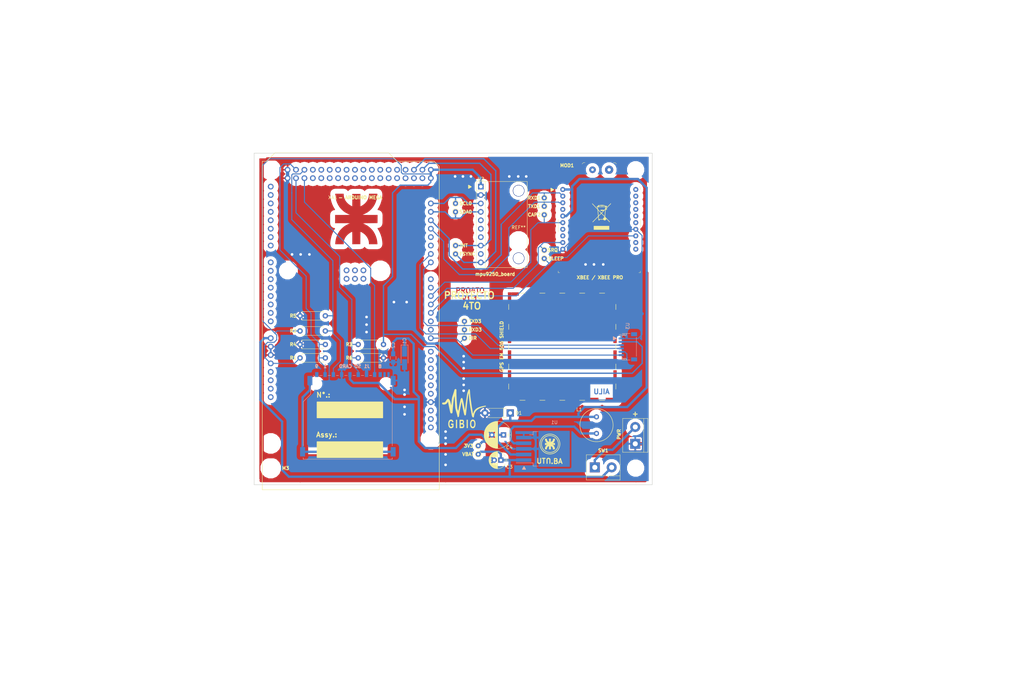
<source format=kicad_pcb>
(kicad_pcb (version 4) (host pcbnew 4.0.7-e2-6376~58~ubuntu16.04.1)
  (layers (0 F.Cu signal) (31 B.Cu signal) (34 B.Paste user) (35 F.Paste user) (36 B.SilkS user) (37 F.SilkS user) (38 B.Mask user) (39 F.Mask user) (44 Edge.Cuts user))
  (net 0 "")
  (net 1 +3V3)
  (net 2 GND)
  (net 3 /Alimentación/VBat)
  (net 4 /Microcontrolador/SSEL1)
  (net 5 /Microcontrolador/MOSI1)
  (net 6 /Microcontrolador/SCK1)
  (net 7 /Microcontrolador/MISO1)
  (net 8 "Net-(J1-Pad8)")
  (net 9 "Net-(J1-Pad9)")
  (net 10 "Net-(J1-Pad10)")
  (net 11 "Net-(J1-Pad11)")
  (net 12 "Net-(J1-Pad13)")
  (net 13 "Net-(J2-Pad2)")
  (net 14 "Net-(L1-Pad1)")
  (net 15 /Microcontrolador/RXD1)
  (net 16 /Microcontrolador/TXD1)
  (net 17 "Net-(MOD1-Pad4)")
  (net 18 /Microcontrolador/CAP2.1)
  (net 19 "Net-(MOD1-Pad7)")
  (net 20 "Net-(MOD1-Pad8)")
  (net 21 /Zigbee/SLRQ)
  (net 22 "Net-(MOD1-Pad18)")
  (net 23 "Net-(MOD1-Pad20)")
  (net 24 "Net-(MOD1-Pad19)")
  (net 25 "Net-(MOD1-Pad17)")
  (net 26 "Net-(MOD1-Pad16)")
  (net 27 "Net-(MOD1-Pad15)")
  (net 28 /Microcontrolador/SLEEP)
  (net 29 "Net-(MOD1-Pad11)")
  (net 30 "Net-(MOD1-Pad12)")
  (net 31 +5V)
  (net 32 /Microcontrolador/SDA0)
  (net 33 /Microcontrolador/SCL0)
  (net 34 /Microcontrolador/INT)
  (net 35 /Microcontrolador/FSYNC)
  (net 36 /GPS/TXD3)
  (net 37 /GPS/RXD3)
  (net 38 /GPS/DIR)
  (net 39 "Net-(U2-Pad5)")
  (net 40 "Net-(U2-Pad6)")
  (net 41 "Net-(U2-Pad9)")
  (net 42 "Net-(XA1-PadRST2)")
  (net 43 "Net-(XA1-PadA0)")
  (net 44 "Net-(XA1-Pad3V3)")
  (net 45 "Net-(XA1-PadRST1)")
  (net 46 "Net-(XA1-PadIORF)")
  (net 47 "Net-(XA1-PadD17)")
  (net 48 "Net-(XA1-PadD16)")
  (net 49 "Net-(XA1-PadD0)")
  (net 50 "Net-(XA1-PadD1)")
  (net 51 "Net-(XA1-PadD5)")
  (net 52 "Net-(XA1-PadD6)")
  (net 53 "Net-(XA1-PadD9)")
  (net 54 "Net-(XA1-PadD10)")
  (net 55 "Net-(XA1-PadSCL)")
  (net 56 "Net-(XA1-PadSDA)")
  (net 57 "Net-(XA1-PadAREF)")
  (net 58 "Net-(XA1-PadD13)")
  (net 59 "Net-(XA1-PadD12)")
  (net 60 "Net-(XA1-PadD11)")
  (net 61 "Net-(XA1-PadA1)")
  (net 62 "Net-(XA1-PadA2)")
  (net 63 "Net-(XA1-PadA3)")
  (net 64 "Net-(XA1-PadA4)")
  (net 65 "Net-(XA1-PadA5)")
  (net 66 "Net-(XA1-PadA6)")
  (net 67 "Net-(XA1-PadA7)")
  (net 68 "Net-(XA1-PadA8)")
  (net 69 "Net-(XA1-PadA9)")
  (net 70 "Net-(XA1-PadA10)")
  (net 71 "Net-(XA1-PadA11)")
  (net 72 "Net-(XA1-PadA12)")
  (net 73 "Net-(XA1-PadA13)")
  (net 74 "Net-(XA1-PadA14)")
  (net 75 "Net-(XA1-PadA15)")
  (net 76 "Net-(XA1-PadD22)")
  (net 77 "Net-(XA1-PadD24)")
  (net 78 "Net-(XA1-PadD26)")
  (net 79 "Net-(XA1-PadD28)")
  (net 80 "Net-(XA1-PadD30)")
  (net 81 "Net-(XA1-PadD32)")
  (net 82 "Net-(XA1-PadD33)")
  (net 83 "Net-(XA1-PadD34)")
  (net 84 "Net-(XA1-PadD35)")
  (net 85 "Net-(XA1-PadD36)")
  (net 86 "Net-(XA1-PadD37)")
  (net 87 "Net-(XA1-PadD38)")
  (net 88 "Net-(XA1-PadD39)")
  (net 89 "Net-(XA1-PadD40)")
  (net 90 "Net-(XA1-PadD41)")
  (net 91 "Net-(XA1-PadD42)")
  (net 92 "Net-(XA1-PadD43)")
  (net 93 "Net-(XA1-PadD44)")
  (net 94 "Net-(XA1-PadD45)")
  (net 95 "Net-(XA1-PadD46)")
  (net 96 "Net-(XA1-PadD47)")
  (net 97 "Net-(XA1-PadD48)")
  (net 98 "Net-(XA1-PadD49)")
  (net 99 "Net-(U2-Pad7)")
  (net 100 "Net-(XA1-PadMOSI)")
  (net 101 "Net-(XA1-PadSCK)")
  (net 102 "Net-(XA1-PadMISO)")
  (net 103 "Net-(XA1-PadGND4)")
  (net 104 "Net-(XA1-Pad5V2)")
  (net 105 "Net-(XA1-PadD29)")
  (net 106 "Net-(XA1-PadD31)")
  (net 107 "Net-(XA1-PadD27)")
  (net 108 "Net-(XA1-PadD8)")
  (module footprints:Arduino_Mega2560_Shield_flippedONtop (layer B.Cu) (at 90.911 156.52 90)
    (fp_text reference XA1 (at 88.1597 21.2507 180) (layer F.SilkS))
    (fp_text value Arduino_Mega2560_Shield)
    (fp_text user . (at 62.484 32.004 90) (layer F.SilkS))
    (pad RST2 thru_hole oval (at 63.627 25.4 90) (size 1.7272 1.7272) (drill 1.016) (layers *.Cu *.Mask) (net 42 "Net-(XA1-PadRST2)"))
    (pad GND4 thru_hole oval (at 66.167 25.4 90) (size 1.7272 1.7272) (drill 1.016) (layers *.Cu *.Mask) (net 103 "Net-(XA1-PadGND4)"))
    (pad MOSI thru_hole oval (at 66.167 27.94 90) (size 1.7272 1.7272) (drill 1.016) (layers *.Cu *.Mask) (net 100 "Net-(XA1-PadMOSI)"))
    (pad SCK thru_hole oval (at 63.627 27.94 90) (size 1.7272 1.7272) (drill 1.016) (layers *.Cu *.Mask) (net 101 "Net-(XA1-PadSCK)"))
    (pad 5V2 thru_hole oval (at 66.167 30.48 90) (size 1.7272 1.7272) (drill 1.016) (layers *.Cu *.Mask) (net 104 "Net-(XA1-Pad5V2)"))
    (pad A0 thru_hole oval (at 50.8 2.54 90) (size 1.7272 1.7272) (drill 1.016) (layers *.Cu *.Mask) (net 43 "Net-(XA1-PadA0)"))
    (pad VIN thru_hole oval (at 45.72 2.54 90) (size 1.7272 1.7272) (drill 1.016) (layers *.Cu *.Mask) (net 3 /Alimentación/VBat))
    (pad GND3 thru_hole oval (at 43.18 2.54 90) (size 1.7272 1.7272) (drill 1.016) (layers *.Cu *.Mask) (net 2 GND))
    (pad GND2 thru_hole oval (at 40.64 2.54 90) (size 1.7272 1.7272) (drill 1.016) (layers *.Cu *.Mask) (net 2 GND))
    (pad 5V1 thru_hole oval (at 38.1 2.54 90) (size 1.7272 1.7272) (drill 1.016) (layers *.Cu *.Mask) (net 31 +5V))
    (pad 3V3 thru_hole oval (at 35.56 2.54 90) (size 1.7272 1.7272) (drill 1.016) (layers *.Cu *.Mask) (net 44 "Net-(XA1-Pad3V3)"))
    (pad RST1 thru_hole oval (at 33.02 2.54 90) (size 1.7272 1.7272) (drill 1.016) (layers *.Cu *.Mask) (net 45 "Net-(XA1-PadRST1)"))
    (pad IORF thru_hole oval (at 30.48 2.54 90) (size 1.7272 1.7272) (drill 1.016) (layers *.Cu *.Mask) (net 46 "Net-(XA1-PadIORF)"))
    (pad D21 thru_hole oval (at 86.36 50.8 90) (size 1.7272 1.7272) (drill 1.016) (layers *.Cu *.Mask) (net 33 /Microcontrolador/SCL0))
    (pad D20 thru_hole oval (at 83.82 50.8 90) (size 1.7272 1.7272) (drill 1.016) (layers *.Cu *.Mask) (net 32 /Microcontrolador/SDA0))
    (pad D19 thru_hole oval (at 81.28 50.8 90) (size 1.7272 1.7272) (drill 1.016) (layers *.Cu *.Mask) (net 15 /Microcontrolador/RXD1))
    (pad D18 thru_hole oval (at 78.74 50.8 90) (size 1.7272 1.7272) (drill 1.016) (layers *.Cu *.Mask) (net 16 /Microcontrolador/TXD1))
    (pad D17 thru_hole oval (at 76.2 50.8 90) (size 1.7272 1.7272) (drill 1.016) (layers *.Cu *.Mask) (net 47 "Net-(XA1-PadD17)"))
    (pad D16 thru_hole oval (at 73.66 50.8 90) (size 1.7272 1.7272) (drill 1.016) (layers *.Cu *.Mask) (net 48 "Net-(XA1-PadD16)"))
    (pad D15 thru_hole oval (at 71.12 50.8 90) (size 1.7272 1.7272) (drill 1.016) (layers *.Cu *.Mask) (net 37 /GPS/RXD3))
    (pad D14 thru_hole oval (at 68.58 50.8 90) (size 1.7272 1.7272) (drill 1.016) (layers *.Cu *.Mask) (net 36 /GPS/TXD3))
    (pad D0 thru_hole oval (at 63.5 50.8 90) (size 1.7272 1.7272) (drill 1.016) (layers *.Cu *.Mask) (net 49 "Net-(XA1-PadD0)"))
    (pad D1 thru_hole oval (at 60.96 50.8 90) (size 1.7272 1.7272) (drill 1.016) (layers *.Cu *.Mask) (net 50 "Net-(XA1-PadD1)"))
    (pad D2 thru_hole oval (at 58.42 50.8 90) (size 1.7272 1.7272) (drill 1.016) (layers *.Cu *.Mask) (net 18 /Microcontrolador/CAP2.1))
    (pad D3 thru_hole oval (at 55.88 50.8 90) (size 1.7272 1.7272) (drill 1.016) (layers *.Cu *.Mask) (net 21 /Zigbee/SLRQ))
    (pad D4 thru_hole oval (at 53.34 50.8 90) (size 1.7272 1.7272) (drill 1.016) (layers *.Cu *.Mask) (net 28 /Microcontrolador/SLEEP))
    (pad D5 thru_hole oval (at 50.8 50.8 90) (size 1.7272 1.7272) (drill 1.016) (layers *.Cu *.Mask) (net 51 "Net-(XA1-PadD5)"))
    (pad D6 thru_hole oval (at 48.26 50.8 90) (size 1.7272 1.7272) (drill 1.016) (layers *.Cu *.Mask) (net 52 "Net-(XA1-PadD6)"))
    (pad D7 thru_hole oval (at 45.72 50.8 90) (size 1.7272 1.7272) (drill 1.016) (layers *.Cu *.Mask) (net 38 /GPS/DIR))
    (pad GND1 thru_hole oval (at 26.416 50.8 90) (size 1.7272 1.7272) (drill 1.016) (layers *.Cu *.Mask) (net 2 GND))
    (pad D8 thru_hole oval (at 41.656 50.8 90) (size 1.7272 1.7272) (drill 1.016) (layers *.Cu *.Mask) (net 108 "Net-(XA1-PadD8)"))
    (pad D9 thru_hole oval (at 39.116 50.8 90) (size 1.7272 1.7272) (drill 1.016) (layers *.Cu *.Mask) (net 53 "Net-(XA1-PadD9)"))
    (pad D10 thru_hole oval (at 36.576 50.8 90) (size 1.7272 1.7272) (drill 1.016) (layers *.Cu *.Mask) (net 54 "Net-(XA1-PadD10)"))
    (pad "" np_thru_hole circle (at 66.04 7.62 90) (size 3.2 3.2) (drill 3.2) (layers *.Cu *.Mask))
    (pad "" np_thru_hole circle (at 66.04 35.56 90) (size 3.2 3.2) (drill 3.2) (layers *.Cu *.Mask))
    (pad "" np_thru_hole circle (at 15.24 50.8 90) (size 3.2 3.2) (drill 3.2) (layers *.Cu *.Mask))
    (pad "" np_thru_hole circle (at 96.52 2.54 90) (size 3.2 3.2) (drill 3.2) (layers *.Cu *.Mask))
    (pad "" np_thru_hole circle (at 13.97 2.54 90) (size 3.2 3.2) (drill 3.2) (layers *.Cu *.Mask))
    (pad SCL thru_hole oval (at 18.796 50.8 90) (size 1.7272 1.7272) (drill 1.016) (layers *.Cu *.Mask) (net 55 "Net-(XA1-PadSCL)"))
    (pad SDA thru_hole oval (at 21.336 50.8 90) (size 1.7272 1.7272) (drill 1.016) (layers *.Cu *.Mask) (net 56 "Net-(XA1-PadSDA)"))
    (pad AREF thru_hole oval (at 23.876 50.8 90) (size 1.7272 1.7272) (drill 1.016) (layers *.Cu *.Mask) (net 57 "Net-(XA1-PadAREF)"))
    (pad D13 thru_hole oval (at 28.956 50.8 90) (size 1.7272 1.7272) (drill 1.016) (layers *.Cu *.Mask) (net 58 "Net-(XA1-PadD13)"))
    (pad D12 thru_hole oval (at 31.496 50.8 90) (size 1.7272 1.7272) (drill 1.016) (layers *.Cu *.Mask) (net 59 "Net-(XA1-PadD12)"))
    (pad D11 thru_hole oval (at 34.036 50.8 90) (size 1.7272 1.7272) (drill 1.016) (layers *.Cu *.Mask) (net 60 "Net-(XA1-PadD11)"))
    (pad "" thru_hole oval (at 27.94 2.54 90) (size 1.7272 1.7272) (drill 1.016) (layers *.Cu *.Mask))
    (pad A1 thru_hole oval (at 53.34 2.54 90) (size 1.7272 1.7272) (drill 1.016) (layers *.Cu *.Mask) (net 61 "Net-(XA1-PadA1)"))
    (pad A2 thru_hole oval (at 55.88 2.54 90) (size 1.7272 1.7272) (drill 1.016) (layers *.Cu *.Mask) (net 62 "Net-(XA1-PadA2)"))
    (pad A3 thru_hole oval (at 58.42 2.54 90) (size 1.7272 1.7272) (drill 1.016) (layers *.Cu *.Mask) (net 63 "Net-(XA1-PadA3)"))
    (pad A4 thru_hole oval (at 60.96 2.54 90) (size 1.7272 1.7272) (drill 1.016) (layers *.Cu *.Mask) (net 64 "Net-(XA1-PadA4)"))
    (pad A5 thru_hole oval (at 63.5 2.54 90) (size 1.7272 1.7272) (drill 1.016) (layers *.Cu *.Mask) (net 65 "Net-(XA1-PadA5)"))
    (pad A6 thru_hole oval (at 66.04 2.54 90) (size 1.7272 1.7272) (drill 1.016) (layers *.Cu *.Mask) (net 66 "Net-(XA1-PadA6)"))
    (pad A7 thru_hole oval (at 68.58 2.54 90) (size 1.7272 1.7272) (drill 1.016) (layers *.Cu *.Mask) (net 67 "Net-(XA1-PadA7)"))
    (pad A8 thru_hole oval (at 73.66 2.54 90) (size 1.7272 1.7272) (drill 1.016) (layers *.Cu *.Mask) (net 68 "Net-(XA1-PadA8)"))
    (pad A9 thru_hole oval (at 76.2 2.54 90) (size 1.7272 1.7272) (drill 1.016) (layers *.Cu *.Mask) (net 69 "Net-(XA1-PadA9)"))
    (pad A10 thru_hole oval (at 78.74 2.54 90) (size 1.7272 1.7272) (drill 1.016) (layers *.Cu *.Mask) (net 70 "Net-(XA1-PadA10)"))
    (pad A11 thru_hole oval (at 81.28 2.54 90) (size 1.7272 1.7272) (drill 1.016) (layers *.Cu *.Mask) (net 71 "Net-(XA1-PadA11)"))
    (pad A12 thru_hole oval (at 83.82 2.54 90) (size 1.7272 1.7272) (drill 1.016) (layers *.Cu *.Mask) (net 72 "Net-(XA1-PadA12)"))
    (pad A13 thru_hole oval (at 86.36 2.54 90) (size 1.7272 1.7272) (drill 1.016) (layers *.Cu *.Mask) (net 73 "Net-(XA1-PadA13)"))
    (pad A14 thru_hole oval (at 88.9 2.54 90) (size 1.7272 1.7272) (drill 1.016) (layers *.Cu *.Mask) (net 74 "Net-(XA1-PadA14)"))
    (pad A15 thru_hole oval (at 91.44 2.54 90) (size 1.7272 1.7272) (drill 1.016) (layers *.Cu *.Mask) (net 75 "Net-(XA1-PadA15)"))
    (pad 5V3 thru_hole oval (at 93.98 50.8 90) (size 1.7272 1.7272) (drill 1.016) (layers *.Cu *.Mask) (net 31 +5V))
    (pad 5V4 thru_hole oval (at 96.52 50.8 90) (size 1.7272 1.7272) (drill 1.016) (layers *.Cu *.Mask) (net 31 +5V))
    (pad D22 thru_hole oval (at 93.98 48.26 90) (size 1.7272 1.7272) (drill 1.016) (layers *.Cu *.Mask) (net 76 "Net-(XA1-PadD22)"))
    (pad D23 thru_hole oval (at 96.52 48.26 90) (size 1.7272 1.7272) (drill 1.016) (layers *.Cu *.Mask) (net 34 /Microcontrolador/INT))
    (pad D24 thru_hole oval (at 93.98 45.72 90) (size 1.7272 1.7272) (drill 1.016) (layers *.Cu *.Mask) (net 77 "Net-(XA1-PadD24)"))
    (pad D25 thru_hole oval (at 96.52 45.72 90) (size 1.7272 1.7272) (drill 1.016) (layers *.Cu *.Mask) (net 35 /Microcontrolador/FSYNC))
    (pad D26 thru_hole oval (at 93.98 43.18 90) (size 1.7272 1.7272) (drill 1.016) (layers *.Cu *.Mask) (net 78 "Net-(XA1-PadD26)"))
    (pad D27 thru_hole oval (at 96.52 43.18 90) (size 1.7272 1.7272) (drill 1.016) (layers *.Cu *.Mask) (net 107 "Net-(XA1-PadD27)"))
    (pad D28 thru_hole oval (at 93.98 40.64 90) (size 1.7272 1.7272) (drill 1.016) (layers *.Cu *.Mask) (net 79 "Net-(XA1-PadD28)"))
    (pad D29 thru_hole oval (at 96.52 40.64 90) (size 1.7272 1.7272) (drill 1.016) (layers *.Cu *.Mask) (net 105 "Net-(XA1-PadD29)"))
    (pad D30 thru_hole oval (at 93.98 38.1 90) (size 1.7272 1.7272) (drill 1.016) (layers *.Cu *.Mask) (net 80 "Net-(XA1-PadD30)"))
    (pad D31 thru_hole oval (at 96.52 38.1 90) (size 1.7272 1.7272) (drill 1.016) (layers *.Cu *.Mask) (net 106 "Net-(XA1-PadD31)"))
    (pad D32 thru_hole oval (at 93.98 35.56 90) (size 1.7272 1.7272) (drill 1.016) (layers *.Cu *.Mask) (net 81 "Net-(XA1-PadD32)"))
    (pad D33 thru_hole oval (at 96.52 35.56 90) (size 1.7272 1.7272) (drill 1.016) (layers *.Cu *.Mask) (net 82 "Net-(XA1-PadD33)"))
    (pad D34 thru_hole oval (at 93.98 33.02 90) (size 1.7272 1.7272) (drill 1.016) (layers *.Cu *.Mask) (net 83 "Net-(XA1-PadD34)"))
    (pad D35 thru_hole oval (at 96.52 33.02 90) (size 1.7272 1.7272) (drill 1.016) (layers *.Cu *.Mask) (net 84 "Net-(XA1-PadD35)"))
    (pad D36 thru_hole oval (at 93.98 30.48 90) (size 1.7272 1.7272) (drill 1.016) (layers *.Cu *.Mask) (net 85 "Net-(XA1-PadD36)"))
    (pad D37 thru_hole oval (at 96.52 30.48 90) (size 1.7272 1.7272) (drill 1.016) (layers *.Cu *.Mask) (net 86 "Net-(XA1-PadD37)"))
    (pad D38 thru_hole oval (at 93.98 27.94 90) (size 1.7272 1.7272) (drill 1.016) (layers *.Cu *.Mask) (net 87 "Net-(XA1-PadD38)"))
    (pad D39 thru_hole oval (at 96.52 27.94 90) (size 1.7272 1.7272) (drill 1.016) (layers *.Cu *.Mask) (net 88 "Net-(XA1-PadD39)"))
    (pad D40 thru_hole oval (at 93.98 25.4 90) (size 1.7272 1.7272) (drill 1.016) (layers *.Cu *.Mask) (net 89 "Net-(XA1-PadD40)"))
    (pad D41 thru_hole oval (at 96.52 25.4 90) (size 1.7272 1.7272) (drill 1.016) (layers *.Cu *.Mask) (net 90 "Net-(XA1-PadD41)"))
    (pad D42 thru_hole oval (at 93.98 22.86 90) (size 1.7272 1.7272) (drill 1.016) (layers *.Cu *.Mask) (net 91 "Net-(XA1-PadD42)"))
    (pad D43 thru_hole oval (at 96.52 22.86 90) (size 1.7272 1.7272) (drill 1.016) (layers *.Cu *.Mask) (net 92 "Net-(XA1-PadD43)"))
    (pad D44 thru_hole oval (at 93.98 20.32 90) (size 1.7272 1.7272) (drill 1.016) (layers *.Cu *.Mask) (net 93 "Net-(XA1-PadD44)"))
    (pad D45 thru_hole oval (at 96.52 20.32 90) (size 1.7272 1.7272) (drill 1.016) (layers *.Cu *.Mask) (net 94 "Net-(XA1-PadD45)"))
    (pad D46 thru_hole oval (at 93.98 17.78 90) (size 1.7272 1.7272) (drill 1.016) (layers *.Cu *.Mask) (net 95 "Net-(XA1-PadD46)"))
    (pad D47 thru_hole oval (at 96.52 17.78 90) (size 1.7272 1.7272) (drill 1.016) (layers *.Cu *.Mask) (net 96 "Net-(XA1-PadD47)"))
    (pad D48 thru_hole oval (at 93.98 15.24 90) (size 1.7272 1.7272) (drill 1.016) (layers *.Cu *.Mask) (net 97 "Net-(XA1-PadD48)"))
    (pad D49 thru_hole oval (at 96.52 15.24 90) (size 1.7272 1.7272) (drill 1.016) (layers *.Cu *.Mask) (net 98 "Net-(XA1-PadD49)"))
    (pad D50 thru_hole oval (at 93.98 12.7 90) (size 1.7272 1.7272) (drill 1.016) (layers *.Cu *.Mask) (net 7 /Microcontrolador/MISO1))
    (pad D51 thru_hole oval (at 96.52 12.7 90) (size 1.7272 1.7272) (drill 1.016) (layers *.Cu *.Mask) (net 5 /Microcontrolador/MOSI1))
    (pad D52 thru_hole oval (at 93.98 10.16 90) (size 1.7272 1.7272) (drill 1.016) (layers *.Cu *.Mask) (net 6 /Microcontrolador/SCK1))
    (pad D53 thru_hole oval (at 96.52 10.16 90) (size 1.7272 1.7272) (drill 1.016) (layers *.Cu *.Mask) (net 4 /Microcontrolador/SSEL1))
    (pad GND5 thru_hole oval (at 93.98 7.62 90) (size 1.7272 1.7272) (drill 1.016) (layers *.Cu *.Mask) (net 2 GND))
    (pad GND6 thru_hole oval (at 96.52 7.62 90) (size 1.7272 1.7272) (drill 1.016) (layers *.Cu *.Mask) (net 2 GND))
    (pad MISO thru_hole oval (at 63.627 30.48 90) (size 1.7272 1.7272) (drill 1.016) (layers *.Cu *.Mask) (net 102 "Net-(XA1-PadMISO)"))
  )
  (module Mounting_Holes:MountingHole_3.2mm_M3 (layer F.Cu) (at 168.178 81.6225)
    (fp_text reference REF** (at 0 -4.2) (layer F.SilkS))
    (fp_text value MountingHole_3.2mm_M3)
    (pad 1 np_thru_hole circle (at 0 0) (size 3.2 3.2) (drill 3.2) (layers *.Cu *.Mask))
  )
  (module Mounting_Holes:MountingHole_3.2mm_M3 (layer F.Cu) (at 203.451 60)
    (fp_text reference M3 hide)
    (fp_text value MountingHole_3.2mm_M3)
    (pad 1 np_thru_hole circle (at 0 0) (size 3.2 3.2) (drill 3.2) (layers *.Cu *.Mask))
  )
  (module Mounting_Holes:MountingHole_3.2mm_M3 (layer F.Cu) (at 93.451 150)
    (fp_text reference M3 (at 4.474 0.034) (layer F.SilkS) (effects (font (thickness 0.25))))
    (fp_text value MountingHole_3.2mm_M3)
    (pad 1 np_thru_hole circle (at 0 0) (size 3.2 3.2) (drill 3.2) (layers *.Cu *.Mask))
  )
  (module Mounting_Holes:MountingHole_3.2mm_M3 (layer F.Cu) (at 203.451 150)
    (fp_text reference M3 hide)
    (fp_text value MountingHole_3.2mm_M3)
    (pad 1 np_thru_hole circle (at 0 0) (size 3.2 3.2) (drill 3.2) (layers *.Cu *.Mask))
  )
  (module footprints:TestPoint_THTPad_D1.5mm_Drill0.7mm (layer F.Cu) (at 151.837153 108.266031 90)
    (fp_text reference TP6 hide)
    (fp_text value RXD3 (at 0.015031 3.237847 180) (layer F.SilkS) (effects (font (thickness 0.25))))
    (pad 1 thru_hole circle (at 0 0 90) (size 1.5 1.5) (drill 0.7) (layers *.Cu *.Mask) (net 37 /GPS/RXD3))
  )
  (module Capacitors_Tantalum_SMD:CP_Tantalum_Case-A_EIA-3216-18_Hand (layer B.Cu) (at 133.791 116.76 270)
    (fp_text reference C1 (at -5.08 0 270) (layer B.SilkS) (effects (justify mirror)))
    (fp_text value "1uF x 16V")
    (pad 1 smd rect (at -2 0 270) (size 3.2 1.5) (layers B.Cu B.Paste B.Mask) (net 1 +3V3))
    (pad 2 smd rect (at 2 0 270) (size 3.2 1.5) (layers B.Cu B.Paste B.Mask) (net 2 GND))
  )
  (module Capacitors_SMD:C_0805_HandSoldering (layer B.Cu) (at 130.362 116.78 270)
    (fp_text reference C2 (at -3.83 0 270) (layer B.SilkS) (effects (justify mirror)))
    (fp_text value 100n)
    (pad 1 smd rect (at -1.25 0 270) (size 1.5 1.25) (layers B.Cu B.Paste B.Mask) (net 1 +3V3))
    (pad 2 smd rect (at 1.25 0 270) (size 1.5 1.25) (layers B.Cu B.Paste B.Mask) (net 2 GND))
  )
  (module Diodes_THT:D_DO-41_SOD81_P7.62mm_Horizontal (layer F.Cu) (at 165.650795 133.368347 180)
    (fp_text reference D1 (at -2.54 0 180) (layer F.SilkS))
    (fp_text value 1N5817)
    (pad 1 thru_hole rect (at 0 0 180) (size 2.2 2.2) (drill 1.1) (layers *.Cu *.Mask) (net 1 +3V3))
    (pad 2 thru_hole oval (at 7.62 0 180) (size 2.2 2.2) (drill 1.1) (layers *.Cu *.Mask) (net 2 GND))
  )
  (module footprints:SD_TE_2041021_edit (layer B.Cu) (at 116.707 133.756 180)
    (fp_text reference J1 (at -5.729 14.456 180) (layer B.SilkS) (effects (font (thickness 0.25)) (justify mirror)))
    (fp_text value SD_Card)
    (pad 1 smd rect (at 6.875 11.975 180) (size 1 1.5) (layers B.Cu B.Paste B.Mask) (net 4 /Microcontrolador/SSEL1))
    (pad 2 smd rect (at 4.375 11.975 180) (size 1 1.5) (layers B.Cu B.Paste B.Mask) (net 5 /Microcontrolador/MOSI1))
    (pad 3 smd rect (at 1.875 11.975 180) (size 1 1.5) (layers B.Cu B.Paste B.Mask) (net 2 GND))
    (pad 4 smd rect (at -0.625 11.975 180) (size 1 1.5) (layers B.Cu B.Paste B.Mask) (net 1 +3V3))
    (pad 5 smd rect (at -3.125 11.975 180) (size 1 1.5) (layers B.Cu B.Paste B.Mask) (net 6 /Microcontrolador/SCK1))
    (pad 6 smd rect (at -5.625 11.975 180) (size 1 1.5) (layers B.Cu B.Paste B.Mask) (net 2 GND))
    (pad 7 smd rect (at -8.055 11.975 180) (size 1 1.5) (layers B.Cu B.Paste B.Mask) (net 7 /Microcontrolador/MISO1))
    (pad 8 smd rect (at -9.755 11.975 180) (size 1 1.5) (layers B.Cu B.Paste B.Mask) (net 8 "Net-(J1-Pad8)"))
    (pad 9 smd rect (at 9.375 11.975 180) (size 1 1.5) (layers B.Cu B.Paste B.Mask) (net 9 "Net-(J1-Pad9)"))
    (pad 10 smd rect (at -11.055 11.975 180) (size 0.7 1.5) (layers B.Cu B.Paste B.Mask) (net 10 "Net-(J1-Pad10)"))
    (pad 11 smd rect (at -12.255 11.975 180) (size 0.7 1.5) (layers B.Cu B.Paste B.Mask) (net 11 "Net-(J1-Pad11)"))
    (pad "" np_thru_hole circle (at 9.5 9.175 180) (size 1.6 1.6) (drill 1.6) (layers *.Cu *.Mask))
    (pad "" np_thru_hole circle (at -11.5 9.175 180) (size 1.1 1.1) (drill 1.1) (layers *.Cu *.Mask))
    (pad 13 smd rect (at 11.45 10.175 180) (size 1.5 2.8) (layers B.Cu B.Paste B.Mask) (net 12 "Net-(J1-Pad13)"))
    (pad 13 smd rect (at 13.65 -11.325 180) (size 1.5 2.8) (layers B.Cu B.Paste B.Mask) (net 12 "Net-(J1-Pad13)"))
    (pad 13 smd rect (at -13.65 -11.325 180) (size 1.5 2.8) (layers B.Cu B.Paste B.Mask) (net 12 "Net-(J1-Pad13)"))
    (pad 12 smd rect (at -13.65 10.175 180) (size 1.5 2.8) (layers B.Cu B.Paste B.Mask) (net 2 GND))
  )
  (module footprints:TerminalBlock_bornier-2_P5.08mm (layer F.Cu) (at 203.335 142.668 90)
    (fp_text reference J2 hide)
    (fp_text value Screw_Terminal_01x02)
    (pad 1 thru_hole rect (at 0 0 90) (size 3 3) (drill 1.52) (layers *.Cu *.Mask) (net 2 GND))
    (pad 2 thru_hole circle (at 5.08 0 90) (size 3 3) (drill 1.52) (layers *.Cu *.Mask) (net 13 "Net-(J2-Pad2)"))
  )
  (module footprints:Choke_PK0810 (layer F.Cu) (at 191.651 137.04 90)
    (fp_text reference L1 (at 4.7098 -5.2324 360) (layer F.SilkS))
    (fp_text value 330uH)
    (pad 1 thru_hole circle (at -2.5 0 90) (size 1.524 1.524) (drill 0.762) (layers *.Cu *.Mask) (net 14 "Net-(L1-Pad1)"))
    (pad 2 thru_hole circle (at 2.5 0 90) (size 1.524 1.524) (drill 0.762) (layers *.Cu *.Mask) (net 1 +3V3))
  )
  (module footprints:TerminalBlock_bornier-2_P5.08mm (layer F.Cu) (at 191.143 149.78)
    (fp_text reference SW1 (at 2.54 -5.08) (layer F.SilkS) (effects (font (thickness 0.25))))
    (fp_text value SW_SPST)
    (pad 1 thru_hole rect (at 0 0) (size 3 3) (drill 1.52) (layers *.Cu *.Mask) (net 13 "Net-(J2-Pad2)"))
    (pad 2 thru_hole circle (at 5.08 0) (size 3 3) (drill 1.52) (layers *.Cu *.Mask) (net 3 /Alimentación/VBat))
  )
  (module footprints:TestPoint_THTPad_D1.5mm_Drill0.7mm (layer F.Cu) (at 149.158 72.7075 270)
    (fp_text reference TP1 hide)
    (fp_text value SDA0 (at 0 -3.048 360) (layer F.SilkS) (effects (font (thickness 0.25))))
    (pad 1 thru_hole circle (at 0 0 270) (size 1.5 1.5) (drill 0.7) (layers *.Cu *.Mask) (net 32 /Microcontrolador/SDA0))
  )
  (module footprints:TestPoint_THTPad_D1.5mm_Drill0.7mm (layer F.Cu) (at 149.158 70.1675 270)
    (fp_text reference TP2 hide)
    (fp_text value SCL0 (at 0 -3.048 360) (layer F.SilkS) (effects (font (thickness 0.25))))
    (pad 1 thru_hole circle (at 0 0 270) (size 1.5 1.5) (drill 0.7) (layers *.Cu *.Mask) (net 33 /Microcontrolador/SCL0))
  )
  (module footprints:TestPoint_THTPad_D1.5mm_Drill0.7mm (layer F.Cu) (at 149.158 82.8675 180)
    (fp_text reference TP3 hide)
    (fp_text value INT (at -2.54 0 180) (layer F.SilkS) (effects (font (thickness 0.25))))
    (pad 1 thru_hole circle (at 0 0 180) (size 1.5 1.5) (drill 0.7) (layers *.Cu *.Mask) (net 34 /Microcontrolador/INT))
  )
  (module footprints:TestPoint_THTPad_D1.5mm_Drill0.7mm (layer F.Cu) (at 149.158 85.4075 180)
    (fp_text reference TP4 hide)
    (fp_text value FSYNC (at -3.556 0 180) (layer F.SilkS) (effects (font (thickness 0.25))))
    (pad 1 thru_hole circle (at 0 0 180) (size 1.5 1.5) (drill 0.7) (layers *.Cu *.Mask) (net 35 /Microcontrolador/FSYNC))
  )
  (module footprints:TestPoint_THTPad_D1.5mm_Drill0.7mm (layer F.Cu) (at 151.837153 105.726031 90)
    (fp_text reference TP5 hide)
    (fp_text value TXD3 (at 0.015031 3.237847 180) (layer F.SilkS) (effects (font (thickness 0.25))))
    (pad 1 thru_hole circle (at 0 0 90) (size 1.5 1.5) (drill 0.7) (layers *.Cu *.Mask) (net 36 /GPS/TXD3))
  )
  (module footprints:TestPoint_THTPad_D1.5mm_Drill0.7mm (layer F.Cu) (at 151.837153 110.806031 270)
    (fp_text reference TP7 hide)
    (fp_text value DIR (at -0.015031 -2.475847 360) (layer F.SilkS) (effects (font (thickness 0.25))))
    (pad 1 thru_hole circle (at 0 0 270) (size 1.5 1.5) (drill 0.7) (layers *.Cu *.Mask) (net 38 /GPS/DIR))
  )
  (module footprints:TestPoint_THTPad_D1.5mm_Drill0.7mm (layer F.Cu) (at 175.903 68.5 90)
    (fp_text reference TP8 hide)
    (fp_text value RXD1 (at 0 -3.048 180) (layer F.SilkS) (effects (font (thickness 0.25))))
    (pad 1 thru_hole circle (at 0 0 90) (size 1.5 1.5) (drill 0.7) (layers *.Cu *.Mask) (net 15 /Microcontrolador/RXD1))
  )
  (module footprints:TestPoint_THTPad_D1.5mm_Drill0.7mm (layer F.Cu) (at 175.903 71.04 90)
    (fp_text reference TP9 hide)
    (fp_text value TXD1 (at 0 -3.048 180) (layer F.SilkS) (effects (font (thickness 0.25))))
    (pad 1 thru_hole circle (at 0 0 90) (size 1.5 1.5) (drill 0.7) (layers *.Cu *.Mask) (net 16 /Microcontrolador/TXD1))
  )
  (module footprints:TestPoint_THTPad_D1.5mm_Drill0.7mm (layer F.Cu) (at 175.903 86.788 90)
    (fp_text reference TP10 hide)
    (fp_text value SLEEP (at 0 3.556 180) (layer F.SilkS) (effects (font (thickness 0.25))))
    (pad 1 thru_hole circle (at 0 0 90) (size 1.5 1.5) (drill 0.7) (layers *.Cu *.Mask) (net 28 /Microcontrolador/SLEEP))
  )
  (module footprints:TestPoint_THTPad_D1.5mm_Drill0.7mm (layer F.Cu) (at 175.903 84.248 90)
    (fp_text reference TP11 hide)
    (fp_text value SRQ (at 0 2.54 180) (layer F.SilkS) (effects (font (thickness 0.25))))
    (pad 1 thru_hole circle (at 0 0 90) (size 1.5 1.5) (drill 0.7) (layers *.Cu *.Mask) (net 21 /Zigbee/SLRQ))
  )
  (module footprints:TestPoint_THTPad_D1.5mm_Drill0.7mm (layer F.Cu) (at 175.903 73.58 90)
    (fp_text reference TP12 hide)
    (fp_text value CAP2 (at 0 -3.048 180) (layer F.SilkS) (effects (font (thickness 0.25))))
    (pad 1 thru_hole circle (at 0 0 90) (size 1.5 1.5) (drill 0.7) (layers *.Cu *.Mask) (net 18 /Microcontrolador/CAP2.1))
  )
  (module footprints:TestPoint_THTPad_D1.5mm_Drill0.7mm (layer F.Cu) (at 155.998795 145.814347 180)
    (fp_text reference TP21 hide)
    (fp_text value VBAT (at 3.057395 -0.003253 180) (layer F.SilkS) (effects (font (thickness 0.25))))
    (pad 1 thru_hole circle (at 0 0 180) (size 1.5 1.5) (drill 0.7) (layers *.Cu *.Mask) (net 3 /Alimentación/VBat))
  )
  (module footprints:TestPoint_THTPad_D1.5mm_Drill0.7mm (layer F.Cu) (at 155.998795 143.274347 180)
    (fp_text reference TP22 hide)
    (fp_text value 3V3 (at 2.921 -0.003253 180) (layer F.SilkS) (effects (font (thickness 0.25))))
    (pad 1 thru_hole circle (at 0 0 180) (size 1.5 1.5) (drill 0.7) (layers *.Cu *.Mask) (net 1 +3V3))
  )
  (module TO_SOT_Packages_SMD:TO-263-5_TabPin3 (layer B.Cu) (at 175.489795 144.192347)
    (fp_text reference U1 (at 3.461205 -8.001347) (layer B.SilkS) (effects (justify mirror)))
    (fp_text value LM2575-3.3)
    (pad 1 smd rect (at -5.775 3.4) (size 4.6 1.1) (layers B.Cu B.Paste B.Mask) (net 3 /Alimentación/VBat))
    (pad 2 smd rect (at -5.775 1.7) (size 4.6 1.1) (layers B.Cu B.Paste B.Mask) (net 1 +3V3))
    (pad 3 smd rect (at -5.775 0) (size 4.6 1.1) (layers B.Cu B.Paste B.Mask) (net 2 GND))
    (pad 4 smd rect (at -5.775 -1.7) (size 4.6 1.1) (layers B.Cu B.Paste B.Mask) (net 14 "Net-(L1-Pad1)"))
    (pad 5 smd rect (at -5.775 -3.4) (size 4.6 1.1) (layers B.Cu B.Paste B.Mask) (net 2 GND))
    (pad 3 smd rect (at 3.375 0) (size 9.4 10.8) (layers B.Cu B.Mask) (net 2 GND))
    (pad 3 smd rect (at 5.8 -2.775) (size 4.55 5.25) (layers B.Cu B.Paste) (net 2 GND))
    (pad 3 smd rect (at 0.95 2.775) (size 4.55 5.25) (layers B.Cu B.Paste) (net 2 GND))
    (pad 3 smd rect (at 5.8 2.775) (size 4.55 5.25) (layers B.Cu B.Paste) (net 2 GND))
    (pad 3 smd rect (at 0.95 -2.775) (size 4.55 5.25) (layers B.Cu B.Paste) (net 2 GND))
  )
  (module footprints:mpu9250_board (layer F.Cu) (at 156.778 65.0875)
    (fp_text reference U2 (at 0 -2.33) (layer F.SilkS))
    (fp_text value acc_mpu9250_board)
    (fp_text user mpu9250_board (at 4.32 26.39) (layer F.SilkS) (effects (font (thickness 0.25))))
    (pad 1 thru_hole rect (at 0 0) (size 1.7 1.7) (drill 1) (layers *.Cu *.Mask) (net 31 +5V))
    (pad 2 thru_hole oval (at 0 2.54) (size 1.7 1.7) (drill 1) (layers *.Cu *.Mask) (net 2 GND))
    (pad 3 thru_hole oval (at 0 5.08) (size 1.7 1.7) (drill 1) (layers *.Cu *.Mask) (net 33 /Microcontrolador/SCL0))
    (pad 4 thru_hole oval (at 0 7.62) (size 1.7 1.7) (drill 1) (layers *.Cu *.Mask) (net 32 /Microcontrolador/SDA0))
    (pad 5 thru_hole oval (at 0 10.16) (size 1.7 1.7) (drill 1) (layers *.Cu *.Mask) (net 39 "Net-(U2-Pad5)"))
    (pad 6 thru_hole oval (at 0 12.7) (size 1.7 1.7) (drill 1) (layers *.Cu *.Mask) (net 40 "Net-(U2-Pad6)"))
    (pad 7 thru_hole oval (at 0 15.24) (size 1.7 1.7) (drill 1) (layers *.Cu *.Mask) (net 99 "Net-(U2-Pad7)"))
    (pad 8 thru_hole oval (at 0 17.78) (size 1.7 1.7) (drill 1) (layers *.Cu *.Mask) (net 34 /Microcontrolador/INT))
    (pad 9 thru_hole oval (at 0 20.32) (size 1.7 1.7) (drill 1) (layers *.Cu *.Mask) (net 41 "Net-(U2-Pad9)"))
    (pad 10 thru_hole oval (at 0 22.86) (size 1.7 1.7) (drill 1) (layers *.Cu *.Mask) (net 35 /Microcontrolador/FSYNC))
    (pad 11 thru_hole circle (at 11.4 1.241) (size 3.5 3.5) (drill 3.2) (layers *.Cu *.Mask))
    (pad 11 thru_hole circle (at 11.4 21.615) (size 3.5 3.5) (drill 3.2) (layers *.Cu *.Mask))
  )
  (module Connectors_JST:JST_SH_SM06B-SRSS-TB_06x1.00mm_Angled (layer B.Cu) (at 201.049 113.4072 270)
    (fp_text reference U3 (at -6.2992 0 270) (layer B.SilkS) (effects (justify mirror)))
    (fp_text value GPS_EM506)
    (pad 1 smd rect (at -2.5 1.9375 270) (size 0.6 1.55) (layers B.Cu B.Paste B.Mask) (net 2 GND))
    (pad 2 smd rect (at -1.5 1.9375 270) (size 0.6 1.55) (layers B.Cu B.Paste B.Mask) (net 31 +5V))
    (pad 3 smd rect (at -0.5 1.9375 270) (size 0.6 1.55) (layers B.Cu B.Paste B.Mask) (net 36 /GPS/TXD3))
    (pad 4 smd rect (at 0.5 1.9375 270) (size 0.6 1.55) (layers B.Cu B.Paste B.Mask) (net 37 /GPS/RXD3))
    (pad 5 smd rect (at 1.5 1.9375 270) (size 0.6 1.55) (layers B.Cu B.Paste B.Mask) (net 2 GND))
    (pad 6 smd rect (at 2.5 1.9375 270) (size 0.6 1.55) (layers B.Cu B.Paste B.Mask) (net 38 /GPS/DIR))
    (pad "" smd rect (at -3.8 -1.9375 270) (size 1.2 1.8) (layers B.Cu B.Paste B.Mask))
    (pad "" smd rect (at 3.8 -1.9375 270) (size 1.2 1.8) (layers B.Cu B.Paste B.Mask))
  )
  (module Capacitors_THT:CP_Radial_D5.0mm_P2.00mm (layer F.Cu) (at 162.824795 147.592347 180)
    (fp_text reference C3 (at -2.572 -2.032 180) (layer F.SilkS))
    (fp_text value 100u)
    (pad 1 thru_hole rect (at 0 0 180) (size 1.6 1.6) (drill 0.8) (layers *.Cu *.Mask) (net 3 /Alimentación/VBat))
    (pad 2 thru_hole circle (at 2 0 180) (size 1.6 1.6) (drill 0.8) (layers *.Cu *.Mask) (net 2 GND))
  )
  (module Capacitors_THT:CP_Radial_D8.0mm_P3.50mm (layer F.Cu) (at 163.618795 139.972347 180)
    (fp_text reference C4 (at -1.778 -3.81 180) (layer F.SilkS))
    (fp_text value "330u x 50V")
    (pad 1 thru_hole rect (at 0 0 180) (size 1.6 1.6) (drill 0.8) (layers *.Cu *.Mask) (net 1 +3V3))
    (pad 2 thru_hole circle (at 3.5 0 180) (size 1.6 1.6) (drill 0.8) (layers *.Cu *.Mask) (net 2 GND))
  )
  (module Shielding_Cabinets:Laird_Technologies_BMI-S-204-F_32.00x32.00mm (layer F.Cu) (at 181.339 113.3812 90)
    (fp_text reference "GPS EM 506 SHIELD" (at 0.0502 -18.263 90) (layer F.SilkS) (effects (font (thickness 0.25))))
    (fp_text value Laird_Technologies_BMI-S-204-F_32.00x32.00mm)
    (pad 1 smd rect (at -15.9 -15.9 90) (size 1 1) (layers F.Cu F.Mask))
    (pad 1 smd rect (at 15.9 -15.9 90) (size 1 1) (layers F.Cu F.Mask))
    (pad 1 smd rect (at 15.9 15.9 90) (size 1 1) (layers F.Cu F.Mask))
    (pad 1 smd rect (at -15.9 15.9 90) (size 1 1) (layers F.Cu F.Mask))
    (pad 1 smd rect (at -14.25 -15.9 90) (size 2.3 1) (layers F.Cu F.Mask))
    (pad 1 smd rect (at -14.25 15.9 90) (size 2.3 1) (layers F.Cu F.Mask))
    (pad 1 smd rect (at -9 -15.9 90) (size 3.8 1) (layers F.Cu F.Mask))
    (pad 1 smd rect (at -9 15.9 90) (size 3.8 1) (layers F.Cu F.Mask))
    (pad 1 smd rect (at -3 -15.9 90) (size 3.8 1) (layers F.Cu F.Mask))
    (pad 1 smd rect (at -3 15.9 90) (size 3.8 1) (layers F.Cu F.Mask))
    (pad 1 smd rect (at 3 -15.9 90) (size 3.8 1) (layers F.Cu F.Mask))
    (pad 1 smd rect (at 3 15.9 90) (size 3.8 1) (layers F.Cu F.Mask))
    (pad 1 smd rect (at 9 -15.9 90) (size 3.8 1) (layers F.Cu F.Mask))
    (pad 1 smd rect (at 9 15.9 90) (size 3.8 1) (layers F.Cu F.Mask))
    (pad 1 smd rect (at 14.25 -15.9 90) (size 2.3 1) (layers F.Cu F.Mask))
    (pad 1 smd rect (at 14.25 15.9 90) (size 2.3 1) (layers F.Cu F.Mask))
    (pad 1 smd rect (at -15.9 -14.25 90) (size 1 2.3) (layers F.Cu F.Mask))
    (pad 1 smd rect (at 15.9 -14.25 90) (size 1 2.3) (layers F.Cu F.Mask))
    (pad 1 smd rect (at -15.9 -9 90) (size 1 3.8) (layers F.Cu F.Mask))
    (pad 1 smd rect (at 15.9 -9 90) (size 1 3.8) (layers F.Cu F.Mask))
    (pad 1 smd rect (at -15.9 -3 90) (size 1 3.8) (layers F.Cu F.Mask))
    (pad 1 smd rect (at 15.9 -3 90) (size 1 3.8) (layers F.Cu F.Mask))
    (pad 1 smd rect (at -15.9 3 90) (size 1 3.8) (layers F.Cu F.Mask))
    (pad 1 smd rect (at 15.9 3 90) (size 1 3.8) (layers F.Cu F.Mask))
    (pad 1 smd rect (at -15.9 9 90) (size 1 3.8) (layers F.Cu F.Mask))
    (pad 1 smd rect (at 15.9 9 90) (size 1 3.8) (layers F.Cu F.Mask))
    (pad 1 smd rect (at -15.9 14.25 90) (size 1 2.3) (layers F.Cu F.Mask))
    (pad 1 smd rect (at 15.9 14.25 90) (size 1 2.3) (layers F.Cu F.Mask))
  )
  (module footprints:XBEE_PRO-20_THT (layer F.Cu) (at 192.491 74.96)
    (fp_text reference MOD1 (at -9.73 -16.239) (layer F.SilkS) (effects (font (thickness 0.25))))
    (fp_text value XB24CZ7PIT-004)
    (pad 1 thru_hole circle (at -11 -9) (size 1.5 1.5) (drill 0.7) (layers *.Cu *.Mask) (net 1 +3V3))
    (pad 2 thru_hole circle (at -11 -7) (size 1.5 1.5) (drill 0.7) (layers *.Cu *.Mask) (net 15 /Microcontrolador/RXD1))
    (pad 3 thru_hole circle (at -11 -5) (size 1.5 1.5) (drill 0.7) (layers *.Cu *.Mask) (net 16 /Microcontrolador/TXD1))
    (pad 4 thru_hole circle (at -11 -3) (size 1.5 1.5) (drill 0.7) (layers *.Cu *.Mask) (net 17 "Net-(MOD1-Pad4)"))
    (pad 5 thru_hole circle (at -11 -1) (size 1.5 1.5) (drill 0.7) (layers *.Cu *.Mask) (net 1 +3V3))
    (pad 6 thru_hole circle (at -11 1) (size 1.5 1.5) (drill 0.7) (layers *.Cu *.Mask) (net 18 /Microcontrolador/CAP2.1))
    (pad 7 thru_hole circle (at -11 3) (size 1.5 1.5) (drill 0.7) (layers *.Cu *.Mask) (net 19 "Net-(MOD1-Pad7)"))
    (pad 8 thru_hole circle (at -11 5) (size 1.5 1.5) (drill 0.7) (layers *.Cu *.Mask) (net 20 "Net-(MOD1-Pad8)"))
    (pad 9 thru_hole circle (at -11 7) (size 1.5 1.5) (drill 0.7) (layers *.Cu *.Mask) (net 21 /Zigbee/SLRQ))
    (pad 10 thru_hole circle (at -11 9) (size 1.5 1.5) (drill 0.7) (layers *.Cu *.Mask) (net 2 GND))
    (pad 11 thru_hole circle (at 11 9) (size 1.5 1.5) (drill 0.7) (layers *.Cu *.Mask) (net 29 "Net-(MOD1-Pad11)"))
    (pad 12 thru_hole circle (at 11 7) (size 1.5 1.5) (drill 0.7) (layers *.Cu *.Mask) (net 30 "Net-(MOD1-Pad12)"))
    (pad 13 thru_hole circle (at 11 5) (size 1.5 1.5) (drill 0.7) (layers *.Cu *.Mask) (net 28 /Microcontrolador/SLEEP))
    (pad 14 thru_hole circle (at 11 3) (size 1.5 1.5) (drill 0.7) (layers *.Cu *.Mask) (net 2 GND))
    (pad 15 thru_hole circle (at 11 1) (size 1.5 1.5) (drill 0.7) (layers *.Cu *.Mask) (net 27 "Net-(MOD1-Pad15)"))
    (pad 16 thru_hole circle (at 11 -1) (size 1.5 1.5) (drill 0.7) (layers *.Cu *.Mask) (net 26 "Net-(MOD1-Pad16)"))
    (pad 17 thru_hole circle (at 11 -3) (size 1.5 1.5) (drill 0.7) (layers *.Cu *.Mask) (net 25 "Net-(MOD1-Pad17)"))
    (pad 18 thru_hole circle (at 11 -5) (size 1.5 1.5) (drill 0.7) (layers *.Cu *.Mask) (net 22 "Net-(MOD1-Pad18)"))
    (pad 19 thru_hole circle (at 11 -7) (size 1.5 1.5) (drill 0.7) (layers *.Cu *.Mask) (net 24 "Net-(MOD1-Pad19)"))
    (pad 20 thru_hole circle (at 11 -9) (size 1.5 1.5) (drill 0.7) (layers *.Cu *.Mask) (net 23 "Net-(MOD1-Pad20)"))
  )
  (module Resistors_THT:R_Axial_DIN0207_L6.3mm_D2.5mm_P7.62mm_Horizontal (layer F.Cu) (at 102.295 116.76)
    (fp_text reference R1 (at -2.084 0) (layer F.SilkS) (effects (font (thickness 0.25))))
    (fp_text value 1K8)
    (pad 1 thru_hole circle (at 0 0) (size 1.6 1.6) (drill 0.8) (layers *.Cu *.Mask) (net 31 +5V))
    (pad 2 thru_hole oval (at 7.62 0) (size 1.6 1.6) (drill 0.8) (layers *.Cu *.Mask) (net 4 /Microcontrolador/SSEL1))
  )
  (module Resistors_THT:R_Axial_DIN0207_L6.3mm_D2.5mm_P7.62mm_Horizontal (layer F.Cu) (at 102.295 108.632)
    (fp_text reference R2 (at -2.084 0) (layer F.SilkS) (effects (font (thickness 0.25))))
    (fp_text value 1K8)
    (pad 1 thru_hole circle (at 0 0) (size 1.6 1.6) (drill 0.8) (layers *.Cu *.Mask) (net 31 +5V))
    (pad 2 thru_hole oval (at 7.62 0) (size 1.6 1.6) (drill 0.8) (layers *.Cu *.Mask) (net 5 /Microcontrolador/MOSI1))
  )
  (module Resistors_THT:R_Axial_DIN0207_L6.3mm_D2.5mm_P7.62mm_Horizontal (layer F.Cu) (at 127.441 112.696 180)
    (fp_text reference R3 (at 10.339 0 180) (layer F.SilkS) (effects (font (thickness 0.25))))
    (fp_text value 1K8)
    (pad 1 thru_hole circle (at 0 0 180) (size 1.6 1.6) (drill 0.8) (layers *.Cu *.Mask) (net 31 +5V))
    (pad 2 thru_hole oval (at 7.62 0 180) (size 1.6 1.6) (drill 0.8) (layers *.Cu *.Mask) (net 6 /Microcontrolador/SCK1))
  )
  (module Resistors_THT:R_Axial_DIN0207_L6.3mm_D2.5mm_P7.62mm_Horizontal (layer F.Cu) (at 109.915 112.696 180)
    (fp_text reference R4 (at 9.704 0 180) (layer F.SilkS) (effects (font (thickness 0.25))))
    (fp_text value 3K3)
    (pad 1 thru_hole circle (at 0 0 180) (size 1.6 1.6) (drill 0.8) (layers *.Cu *.Mask) (net 4 /Microcontrolador/SSEL1))
    (pad 2 thru_hole oval (at 7.62 0 180) (size 1.6 1.6) (drill 0.8) (layers *.Cu *.Mask) (net 2 GND))
  )
  (module Resistors_THT:R_Axial_DIN0207_L6.3mm_D2.5mm_P7.62mm_Horizontal (layer F.Cu) (at 109.915 104.06 180)
    (fp_text reference R5 (at 9.704 0 180) (layer F.SilkS) (effects (font (thickness 0.25))))
    (fp_text value 3K3)
    (pad 1 thru_hole circle (at 0 0 180) (size 1.6 1.6) (drill 0.8) (layers *.Cu *.Mask) (net 5 /Microcontrolador/MOSI1))
    (pad 2 thru_hole oval (at 7.62 0 180) (size 1.6 1.6) (drill 0.8) (layers *.Cu *.Mask) (net 2 GND))
  )
  (module Resistors_THT:R_Axial_DIN0207_L6.3mm_D2.5mm_P7.62mm_Horizontal (layer F.Cu) (at 119.821 116.76)
    (fp_text reference R6 (at -2.719 0) (layer F.SilkS) (effects (font (thickness 0.25))))
    (fp_text value 3K3)
    (pad 1 thru_hole circle (at 0 0) (size 1.6 1.6) (drill 0.8) (layers *.Cu *.Mask) (net 6 /Microcontrolador/SCK1))
    (pad 2 thru_hole oval (at 7.62 0) (size 1.6 1.6) (drill 0.8) (layers *.Cu *.Mask) (net 2 GND))
  )
  (module Symbols:WEEE-Logo_5.6x8mm_SilkScreen (layer F.Cu) (at 193.175 74.088)
    (fp_text reference REF*** hide)
    (fp_text value WEEE-Logo_5.6x8mm_SilkScreen hide)
  )
  (module footprints:logoGIBIO (layer F.Cu) (at 151.519 131.492)
    (fp_text reference G*** hide)
    (fp_text value LOGO hide)
  )
  (module footprints:logoGIBIO5 (layer F.Cu) (at 148.471 138.096)
    (fp_text reference G*** hide)
    (fp_text value LOGO hide)
  )
  (module footprints:logoUTN5 (layer F.Cu) (at 177.6175 142.7315)
    (fp_text reference REF** hide)
    (fp_text value logoUTN5)
  )
  (module Wire_Pads:SolderWirePad_single_1mmDrill (layer F.Cu) (at 195.451 60)
    (fp_text reference REF** hide)
    (fp_text value SolderWirePad_single_1mmDrill)
    (pad 1 thru_hole circle (at 0 0) (size 2.49936 2.49936) (drill 1.00076) (layers *.Cu *.Mask))
  )
  (module Wire_Pads:SolderWirePad_single_0-8mmDrill (layer F.Cu) (at 190.451 60)
    (fp_text reference REF** hide)
    (fp_text value SolderWirePad_single_0-8mmDrill)
    (pad 1 thru_hole circle (at 0 0) (size 1.99898 1.99898) (drill 0.8001) (layers *.Cu *.Mask))
  )
  (module footprints:logoUTN6 (layer F.Cu) (at 119.261 74.85)
    (fp_text reference G*** hide)
    (fp_text value LOGO hide)
    (fp_poly (pts (xy -3.796121 -7.1501) (xy -3.71674 -6.610778) (xy -3.550655 -6.075805) (xy -3.308429 -5.578877) (xy -3.298103 -5.561592) (xy -3.109342 -5.288285) (xy -2.866929 -4.995328) (xy -2.600946 -4.71584) (xy -2.341478 -4.48294) (xy -2.263915 -4.423055) (xy -2.124474 -4.326174) (xy -1.947603 -4.211102) (xy -1.754538 -4.09066) (xy -1.566512 -3.977667) (xy -1.404762 -3.884943) (xy -1.290521 -3.825307) (xy -1.248437 -3.81) (xy -1.241816 -3.858937) (xy -1.23572 -3.998291) (xy -1.230323 -4.216884) (xy -1.225799 -4.503532) (xy -1.222322 -4.847057) (xy -1.220066 -5.236276) (xy -1.219204 -5.66001) (xy -1.2192 -5.6896) (xy -1.2192 -7.5692) (xy 1.2192 -7.5692) (xy 1.2192 -5.6896) (xy 1.219987 -5.263939) (xy 1.222228 -4.872036) (xy 1.225745 -4.525073) (xy 1.230356 -4.23423) (xy 1.235882 -4.010688) (xy 1.242143 -3.865628) (xy 1.248959 -3.810232) (xy 1.249435 -3.81) (xy 1.321177 -3.835964) (xy 1.455377 -3.905191) (xy 1.629895 -4.004681) (xy 1.822589 -4.121438) (xy 2.011317 -4.242463) (xy 2.159 -4.343947) (xy 2.611837 -4.722526) (xy 3.003433 -5.157367) (xy 3.326248 -5.634951) (xy 3.57274 -6.141758) (xy 3.73537 -6.664271) (xy 3.806596 -7.18897) (xy 3.809249 -7.3025) (xy 3.81 -7.62) (xy 6.297264 -7.62) (xy 6.327718 -7.498661) (xy 6.337915 -7.369218) (xy 6.328443 -7.163169) (xy 6.302197 -6.90297) (xy 6.262071 -6.611078) (xy 6.21096 -6.309948) (xy 6.151759 -6.022038) (xy 6.120727 -5.8928) (xy 5.868747 -5.094457) (xy 5.533805 -4.353897) (xy 5.117044 -3.672769) (xy 4.619606 -3.052722) (xy 4.042636 -2.495404) (xy 3.454123 -2.04733) (xy 3.297078 -1.949429) (xy 3.087729 -1.830945) (xy 2.849367 -1.703715) (xy 2.605283 -1.579579) (xy 2.378769 -1.470374) (xy 2.193117 -1.38794) (xy 2.071618 -1.344114) (xy 2.06962 -1.343619) (xy 1.970553 -1.31567) (xy 1.925404 -1.292016) (xy 1.939473 -1.27234) (xy 2.01806 -1.256323) (xy 2.166465 -1.243646) (xy 2.389987 -1.23399) (xy 2.693926 -1.227036) (xy 3.083582 -1.222466) (xy 3.564254 -1.21996) (xy 4.138105 -1.2192) (xy 6.402606 -1.2192) (xy 6.3754 1.2446) (xy 4.1402 1.271103) (xy 3.593916 1.278585) (xy 3.121443 1.287138) (xy 2.727277 1.296608) (xy 2.415914 1.306843) (xy 2.191851 1.31769) (xy 2.059584 1.328998) (xy 2.023609 1.340613) (xy 2.027724 1.34273) (xy 2.227657 1.426645) (xy 2.485667 1.549741) (xy 2.773733 1.697253) (xy 3.063837 1.854418) (xy 3.327959 2.00647) (xy 3.537645 2.138354) (xy 3.812014 2.344221) (xy 4.115053 2.605983) (xy 4.423909 2.900866) (xy 4.71573 3.206098) (xy 4.967664 3.498907) (xy 5.148305 3.743401) (xy 5.567732 4.460891) (xy 5.897772 5.206842) (xy 6.148028 6.003233) (xy 6.165093 6.0706) (xy 6.210252 6.285156) (xy 6.255661 6.556443) (xy 6.296699 6.849845) (xy 6.328747 7.130744) (xy 6.347183 7.364525) (xy 6.349856 7.4549) (xy 6.35 7.62) (xy 3.81 7.62) (xy 3.81 7.299367) (xy 3.764668 6.836906) (xy 3.635573 6.355476) (xy 3.433066 5.874385) (xy 3.167497 5.412943) (xy 2.849219 4.990455) (xy 2.488581 4.626232) (xy 2.293416 4.4704) (xy 2.114049 4.345575) (xy 1.911052 4.213775) (xy 1.705089 4.087264) (xy 1.516824 3.978304) (xy 1.366921 3.899158) (xy 1.276044 3.862091) (xy 1.266224 3.8608) (xy 1.254951 3.909941) (xy 1.244079 4.050733) (xy 1.233923 4.273225) (xy 1.224798 4.567467) (xy 1.217019 4.92351) (xy 1.210902 5.331404) (xy 1.207125 5.7277) (xy 1.1938 7.5946) (xy -0.0127 7.608219) (xy -1.219201 7.621838) (xy -1.2192 5.741319) (xy -1.219882 5.235136) (xy -1.22211 4.822501) (xy -1.22616 4.495373) (xy -1.232307 4.245706) (xy -1.240825 4.065459) (xy -1.25199 3.946588) (xy -1.266077 3.88105) (xy -1.283361 3.860801) (xy -1.283507 3.8608) (xy -1.3558 3.885101) (xy -1.488551 3.949393) (xy -1.65548 4.04076) (xy -1.688163 4.059689) (xy -2.262319 4.442515) (xy -2.748516 4.867499) (xy -3.144932 5.331992) (xy -3.449747 5.833344) (xy -3.661139 6.368904) (xy -3.777289 6.936022) (xy -3.794104 7.1247) (xy -3.824775 7.62) (xy -6.35 7.62) (xy -6.35 7.324084) (xy -6.334661 7.063422) (xy -6.292315 6.735889) (xy -6.228476 6.370871) (xy -6.148655 5.99775) (xy -6.058364 5.645914) (xy -5.997631 5.445485) (xy -5.796458 4.916823) (xy -5.541435 4.382088) (xy -5.253788 3.883475) (xy -5.088796 3.639126) (xy -4.851951 3.34146) (xy -4.559175 3.021794) (xy -4.235966 2.704686) (xy -3.907824 2.414698) (xy -3.600248 2.176387) (xy -3.498233 2.107178) (xy -3.289135 1.978208) (xy -3.050458 1.841014) (xy -2.801147 1.70533) (xy -2.560144 1.58089) (xy -2.346394 1.477427) (xy -2.178839 1.404675) (xy -2.076423 1.372369) (xy -2.066696 1.3716) (xy -1.993328 1.346799) (xy -1.9812 1.3208) (xy -2.031659 1.307106) (xy -2.181713 1.295486) (xy -2.429374 1.285984) (xy -2.772659 1.278646) (xy -3.20958 1.273519) (xy -3.738154 1.270646) (xy -4.191 1.27) (xy -6.4008 1.27) (xy -6.4008 -1.2192) (xy -4.162602 -1.2192) (xy -3.58949 -1.219981) (xy -3.112669 -1.222537) (xy -2.72684 -1.227193) (xy -2.426704 -1.234271) (xy -2.206963 -1.244093) (xy -2.062318 -1.256984) (xy -1.98747 -1.273266) (xy -1.977121 -1.293262) (xy -2.025972 -1.317294) (xy -2.120421 -1.343681) (xy -2.259983 -1.392923) (xy -2.463518 -1.484183) (xy -2.708672 -1.605908) (xy -2.97309 -1.746542) (xy -3.234417 -1.894532) (xy -3.470298 -2.038323) (xy -3.494517 -2.053896) (xy -3.792361 -2.270239) (xy -4.119335 -2.547207) (xy -4.44964 -2.859952) (xy -4.757476 -3.183627) (xy -5.017045 -3.493384) (xy -5.087721 -3.588327) (xy -5.52095 -4.27692) (xy -5.866834 -5.008496) (xy -6.121545 -5.772197) (xy -6.281253 -6.557168) (xy -6.335036 -7.124701) (xy -6.359521 -7.62) (xy -3.824928 -7.62) (xy -3.796121 -7.1501)) (layer F.Cu) (width 0.01))
  )
  (gr_text AILU (at 193.175 126.92) (layer B.Cu) (effects (font (size 1.5 1.5) (thickness 0.3)) (justify mirror)))
  (gr_text PRO4TO (at 153.551 96.44) (layer F.Cu) (effects (font (size 1.5 1.5) (thickness 0.3))))
  (gr_text V1.1 (at 153.551 98.98) (layer F.Cu) (effects (font (size 1.5 1.5) (thickness 0.3))))
  (gr_text "© Alegre E., \nBautista L.\n2018" (at 116.721 139.112) (layer F.Cu) (effects (font (size 2 2) (thickness 0.4))))
  (gr_text + (at 203.335 133.5875) (layer F.SilkS) (effects (font (size 1.5 1.5) (thickness 0.3))))
  (gr_text PWR (at 198.4455 139.8105 90) (layer F.SilkS) (effects (font (size 1 1) (thickness 0.25))))
  (gr_text ▶ (at 169.8705 149.9705 270) (layer B.SilkS) (effects (font (size 1 1) (thickness 0.25)) (justify mirror)))
  (gr_text ▶ (at 197.112 110.918 180) (layer B.SilkS) (effects (font (size 1 1) (thickness 0.25)) (justify mirror)))
  (gr_text ▶ (at 178.316 65.96) (layer F.SilkS) (effects (font (size 1 1) (thickness 0.25))))
  (gr_text ▶ (at 153.4875 65.071) (layer F.SilkS) (effects (font (size 1 1) (thickness 0.25))))
  (gr_text .BA (at 179.6495 147.9385) (layer F.SilkS) (effects (font (size 1.5 1.5) (thickness 0.3))))
  (gr_text U (at 177.173 147.748 180) (layer F.SilkS) (effects (font (size 1.5 1.5) (thickness 0.3))))
  (gr_text UT (at 174.9505 147.875) (layer F.SilkS) (effects (font (size 1.5 1.5) (thickness 0.3))))
  (gr_text Assy.: (at 110.319 139.934) (layer F.SilkS) (effects (font (size 1.5 1.5) (thickness 0.3))))
  (gr_text N°.: (at 109.319 127.934) (layer F.SilkS) (effects (font (size 1.5 1.5) (thickness 0.3))))
  (gr_text "PROYECTO \n4TO" (at 154.059 99.488) (layer F.SilkS) (effects (font (size 2 2) (thickness 0.4))))
  (gr_text "- ARDUINO MEGA" (at 120.4675 68.373) (layer F.SilkS) (effects (font (size 1 1) (thickness 0.25))))
  (gr_text "XBEE / XBEE PRO" (at 192.667 92.503) (layer F.SilkS) (effects (font (size 1 1) (thickness 0.25))))
  (gr_text 8 (at 126.373 119.3) (layer B.SilkS) (effects (font (size 1 1) (thickness 0.25)) (justify mirror)))
  (gr_text 1 (at 109.863 119.3) (layer B.SilkS) (effects (font (size 1 1) (thickness 0.25)) (justify mirror)))
  (gr_text 9 (at 107.323 119.3) (layer B.SilkS) (effects (font (size 1 1) (thickness 0.25)) (justify mirror)))
  (gr_text "SD CARD" (at 117.356 119.3) (layer B.SilkS) (effects (font (size 1 1) (thickness 0.25)) (justify mirror)))
  (gr_line (start 208.451 55) (end 88.451 55) (layer Edge.Cuts) (width 0.15))
  (gr_line (start 208.451 155) (end 208.451 55) (layer Edge.Cuts) (width 0.15))
  (gr_line (start 88.451 155) (end 208.451 155) (layer Edge.Cuts) (width 0.15))
  (gr_line (start 88.451 55) (end 88.451 155) (layer Edge.Cuts) (width 0.15))
  (segment (start 118.4048 124.3038) (end 125.9539 124.3038) (width 0.7) (layer B.Cu) (net 1))
  (segment (start 117.332 123.231) (end 118.4048 124.3038) (width 0.7) (layer B.Cu) (net 1))
  (segment (start 117.332 121.781) (end 117.332 123.231) (width 0.7) (layer B.Cu) (net 1))
  (segment (start 125.9539 124.3038) (end 130.8307 129.1806) (width 0.7) (layer B.Cu) (net 1))
  (segment (start 130.8307 129.1806) (end 138.0951 129.1806) (width 0.7) (layer B.Cu) (net 1))
  (segment (start 184.3104 65.8457) (end 184.3104 64.9948) (width 0.7) (layer B.Cu) (net 1))
  (segment (start 184.3104 64.9948) (end 186.5202 62.785) (width 0.7) (layer B.Cu) (net 1))
  (segment (start 188.0315 131.5809) (end 186.2154 133.397) (width 0.7) (layer B.Cu) (net 1))
  (segment (start 186.5202 62.785) (end 204.1351 62.785) (width 0.7) (layer B.Cu) (net 1))
  (segment (start 205.52702 64.17692) (end 205.52702 64.1947) (width 0.7) (layer B.Cu) (net 1))
  (segment (start 204.1351 62.785) (end 205.52702 64.17692) (width 0.7) (layer B.Cu) (net 1))
  (segment (start 206.764 65.43168) (end 206.764 125.7135) (width 0.7) (layer B.Cu) (net 1))
  (segment (start 205.52702 64.1947) (end 206.764 65.43168) (width 0.7) (layer B.Cu) (net 1))
  (segment (start 206.764 125.7135) (end 200.8966 131.5809) (width 0.7) (layer B.Cu) (net 1))
  (segment (start 200.8966 131.5809) (end 188.0315 131.5809) (width 0.7) (layer B.Cu) (net 1))
  (segment (start 186.2154 133.397) (end 186.2154 134.54) (width 0.7) (layer B.Cu) (net 1))
  (segment (start 134.94296 110.8926) (end 136.54824 112.49788) (width 0.7) (layer B.Cu) (net 1))
  (segment (start 138.0951 128.52528) (end 138.0951 129.1806) (width 0.7) (layer B.Cu) (net 1))
  (segment (start 136.54824 112.49788) (end 136.54824 126.97842) (width 0.7) (layer B.Cu) (net 1))
  (segment (start 136.54824 126.97842) (end 138.0951 128.52528) (width 0.7) (layer B.Cu) (net 1))
  (segment (start 133.8279 110.8926) (end 134.94296 110.8926) (width 0.7) (layer B.Cu) (net 1))
  (segment (start 138.0951 141.9949) (end 138.0951 129.1806) (width 0.7) (layer B.Cu) (net 1))
  (segment (start 149.2711 143.9507) (end 140.0509 143.9507) (width 0.7) (layer B.Cu) (net 1))
  (segment (start 140.0509 143.9507) (end 138.0951 141.9949) (width 0.7) (layer B.Cu) (net 1))
  (segment (start 150.5665 142.6553) (end 149.2711 143.9507) (width 0.7) (layer B.Cu) (net 1))
  (segment (start 150.5792 142.6553) (end 150.5665 142.6553) (width 0.7) (layer B.Cu) (net 1))
  (segment (start 133.8279 110.8926) (end 131.4911 110.8926) (width 0.7) (layer B.Cu) (net 1))
  (segment (start 133.791 114.76) (end 133.791 110.9295) (width 0.7) (layer B.Cu) (net 1))
  (segment (start 133.791 110.9295) (end 133.8279 110.8926) (width 0.7) (layer B.Cu) (net 1))
  (segment (start 131.4911 110.8926) (end 130.362 112.0217) (width 0.7) (layer B.Cu) (net 1))
  (segment (start 130.362 112.0217) (end 130.362 115.53) (width 0.7) (layer B.Cu) (net 1))
  (segment (start 153.3097 139.9248) (end 150.5792 142.6553) (width 0.7) (layer B.Cu) (net 1))
  (segment (start 157.0054 139.9248) (end 153.3097 139.9248) (width 0.7) (layer B.Cu) (net 1))
  (segment (start 157.9071 140.8265) (end 157.0054 139.9248) (width 0.7) (layer B.Cu) (net 1))
  (segment (start 157.9071 142.0076) (end 161.9076 142.0076) (width 0.7) (layer B.Cu) (net 1))
  (segment (start 157.2594 142.0076) (end 157.9071 142.0076) (width 0.7) (layer B.Cu) (net 1))
  (segment (start 157.9071 142.0076) (end 157.9071 140.8265) (width 0.7) (layer B.Cu) (net 1))
  (segment (start 184.3104 72.20126) (end 184.3104 65.8457) (width 0.7) (layer B.Cu) (net 1))
  (segment (start 181.491 65.96) (end 184.1961 65.96) (width 0.7) (layer B.Cu) (net 1))
  (segment (start 184.1961 65.96) (end 184.3104 65.8457) (width 0.7) (layer B.Cu) (net 1))
  (segment (start 181.491 73.96) (end 182.55166 73.96) (width 0.7) (layer B.Cu) (net 1))
  (segment (start 182.55166 73.96) (end 184.3104 72.20126) (width 0.7) (layer B.Cu) (net 1))
  (segment (start 181.491 73.96) (end 181.491 73.884002) (width 0.7) (layer B.Cu) (net 1))
  (segment (start 186.2154 134.54) (end 191.651 134.54) (width 0.7) (layer B.Cu) (net 1))
  (segment (start 173.236 134.54) (end 186.2154 134.54) (width 0.7) (layer B.Cu) (net 1))
  (segment (start 156.748794 142.518206) (end 157.2594 142.0076) (width 0.7) (layer B.Cu) (net 1))
  (segment (start 155.998795 143.274347) (end 156.748794 142.524348) (width 0.7) (layer B.Cu) (net 1))
  (segment (start 156.748794 142.524348) (end 156.748794 142.518206) (width 0.7) (layer B.Cu) (net 1))
  (segment (start 162.8855 142.9728) (end 165.805047 145.892347) (width 0.7) (layer B.Cu) (net 1))
  (segment (start 165.805047 145.892347) (end 166.714795 145.892347) (width 0.7) (layer B.Cu) (net 1))
  (segment (start 162.8728 142.9728) (end 162.8855 142.9728) (width 0.7) (layer B.Cu) (net 1))
  (segment (start 162.8728 142.9728) (end 162.4537 142.5537) (width 0.7) (layer B.Cu) (net 1))
  (segment (start 162.4537 142.5537) (end 161.9076 142.0076) (width 0.7) (layer B.Cu) (net 1))
  (segment (start 161.9076 142.0076) (end 161.9076 140.001) (width 0.7) (layer B.Cu) (net 1))
  (segment (start 161.9076 140.001) (end 161.9076 137.6388) (width 0.7) (layer B.Cu) (net 1))
  (segment (start 163.618795 139.972347) (end 161.936253 139.972347) (width 0.7) (layer B.Cu) (net 1))
  (segment (start 161.936253 139.972347) (end 161.9076 140.001) (width 0.7) (layer B.Cu) (net 1))
  (segment (start 163.8126 135.7338) (end 165.6541 135.7338) (width 0.7) (layer B.Cu) (net 1))
  (segment (start 165.6541 135.7338) (end 172.0422 135.7338) (width 0.7) (layer B.Cu) (net 1))
  (segment (start 165.650795 133.368347) (end 165.650795 135.168347) (width 0.7) (layer B.Cu) (net 1))
  (segment (start 165.650795 135.168347) (end 165.6541 135.171652) (width 0.7) (layer B.Cu) (net 1))
  (segment (start 165.6541 135.171652) (end 165.6541 135.7338) (width 0.7) (layer B.Cu) (net 1))
  (segment (start 169.714795 145.892347) (end 166.714795 145.892347) (width 0.7) (layer B.Cu) (net 1))
  (segment (start 161.9076 137.6388) (end 163.8126 135.7338) (width 0.7) (layer B.Cu) (net 1))
  (segment (start 172.0422 135.7338) (end 173.236 134.54) (width 0.7) (layer B.Cu) (net 1))
  (segment (start 102.3446 153.7678) (end 90.5717 153.7678) (width 1) (layer F.Cu) (net 2))
  (segment (start 203.5382 153.7678) (end 206.3068 153.7678) (width 1) (layer F.Cu) (net 2))
  (segment (start 173.3122 56.7398) (end 197.9248 56.7398) (width 1) (layer F.Cu) (net 2))
  (segment (start 197.9248 56.7398) (end 199.271 58.086) (width 1) (layer F.Cu) (net 2))
  (segment (start 199.271 58.086) (end 199.271 61.1086) (width 1) (layer F.Cu) (net 2))
  (segment (start 199.271 61.1086) (end 199.2456 61.134) (width 1) (layer F.Cu) (net 2))
  (segment (start 199.2456 61.134) (end 199.2456 83.613) (width 1) (layer F.Cu) (net 2))
  (segment (start 199.2456 83.613) (end 202.8524 87.2198) (width 1) (layer F.Cu) (net 2))
  (segment (start 196.1214 95.4494) (end 196.1214 100.5548) (width 1) (layer B.Cu) (net 2))
  (segment (start 187.714 94.0016) (end 194.6736 94.0016) (width 1) (layer B.Cu) (net 2))
  (segment (start 194.6736 94.0016) (end 196.1214 95.4494) (width 1) (layer B.Cu) (net 2))
  (segment (start 186.317 92.6046) (end 187.714 94.0016) (width 1) (layer B.Cu) (net 2))
  (segment (start 186.317 89.890894) (end 186.317 92.6046) (width 1) (layer B.Cu) (net 2))
  (segment (start 188.349 88.566) (end 187.641894 88.566) (width 1) (layer B.Cu) (net 2))
  (segment (start 187.641894 88.566) (end 186.317 89.890894) (width 1) (layer B.Cu) (net 2))
  (segment (start 201.557 88.566) (end 193.683 88.566) (width 1) (layer F.Cu) (net 2))
  (segment (start 193.683 88.566) (end 190.889 88.566) (width 1) (layer F.Cu) (net 2))
  (segment (start 190.889 88.566) (end 193.683 88.566) (width 1) (layer B.Cu) (net 2))
  (via (at 193.683 88.566) (size 1) (drill 0.8) (layers F.Cu B.Cu) (net 2))
  (segment (start 190.889 88.566) (end 188.349 88.566) (width 1) (layer F.Cu) (net 2))
  (segment (start 188.349 88.566) (end 190.889 88.566) (width 1) (layer B.Cu) (net 2))
  (via (at 190.889 88.566) (size 1) (drill 0.8) (layers F.Cu B.Cu) (net 2))
  (via (at 188.349 88.566) (size 1) (drill 0.8) (layers F.Cu B.Cu) (net 2))
  (segment (start 202.8524 87.2706) (end 201.557 88.566) (width 1) (layer F.Cu) (net 2))
  (segment (start 202.8524 87.2198) (end 203.2334 87.6008) (width 1) (layer F.Cu) (net 2))
  (segment (start 202.8524 87.2198) (end 202.8524 87.2706) (width 1) (layer F.Cu) (net 2))
  (segment (start 203.2334 87.6008) (end 206.8148 91.1822) (width 1) (layer F.Cu) (net 2))
  (segment (start 143.2386 112.442) (end 148.9282 112.442) (width 0.7) (layer B.Cu) (net 2))
  (segment (start 140.6224 112.442) (end 136.0631 107.8827) (width 0.7) (layer B.Cu) (net 2))
  (segment (start 143.2386 112.442) (end 140.6224 112.442) (width 0.7) (layer B.Cu) (net 2))
  (segment (start 112.3776 117.4204) (end 111.1076 118.6904) (width 0.3) (layer B.Cu) (net 2))
  (segment (start 111.1076 118.6904) (end 111.0822 118.7158) (width 0.3) (layer B.Cu) (net 2))
  (segment (start 112.7078 117.0902) (end 111.1076 118.6904) (width 0.7) (layer B.Cu) (net 2))
  (segment (start 108.5422 97.202) (end 107.7294 98.0148) (width 1) (layer B.Cu) (net 2))
  (segment (start 108.5422 87.3468) (end 108.5422 97.202) (width 1) (layer B.Cu) (net 2))
  (segment (start 107.7294 98.0148) (end 107.7294 109.521) (width 1) (layer B.Cu) (net 2))
  (segment (start 107.7294 109.521) (end 108.974 110.7656) (width 1) (layer B.Cu) (net 2))
  (segment (start 108.974 110.7656) (end 111.1076 110.7656) (width 1) (layer B.Cu) (net 2))
  (segment (start 111.1076 110.7656) (end 112.7078 112.3658) (width 1) (layer B.Cu) (net 2))
  (segment (start 112.7078 112.3658) (end 112.7078 117.0902) (width 1) (layer B.Cu) (net 2))
  (segment (start 112.7078 117.0902) (end 112.3776 117.4204) (width 1) (layer B.Cu) (net 2))
  (segment (start 108.5422 86.9658) (end 108.5422 87.3468) (width 0.3) (layer B.Cu) (net 2))
  (segment (start 106.5102 85.5434) (end 107.1198 85.5434) (width 1) (layer B.Cu) (net 2))
  (segment (start 107.1198 85.5434) (end 108.5422 86.9658) (width 1) (layer B.Cu) (net 2))
  (segment (start 98.531 62.54) (end 98.531 63.761314) (width 1) (layer B.Cu) (net 2))
  (segment (start 98.531 63.761314) (end 97.925 64.367314) (width 1) (layer B.Cu) (net 2))
  (segment (start 97.925 64.367314) (end 97.925 75.739) (width 1) (layer B.Cu) (net 2))
  (segment (start 97.925 75.739) (end 102.4716 80.2856) (width 1) (layer B.Cu) (net 2))
  (segment (start 102.4716 80.2856) (end 102.4716 80.8444) (width 1) (layer B.Cu) (net 2))
  (segment (start 102.4716 80.8444) (end 102.4716 85.5434) (width 1) (layer B.Cu) (net 2))
  (segment (start 98.531 60) (end 98.531 62.54) (width 1) (layer B.Cu) (net 2))
  (segment (start 146.6676 65.8076) (end 145.6262 66.849) (width 1) (layer B.Cu) (net 2))
  (segment (start 145.6262 66.849) (end 137.6506 66.849) (width 1) (layer B.Cu) (net 2))
  (segment (start 134.4248 70.0748) (end 134.4248 72.8434) (width 1) (layer B.Cu) (net 2))
  (segment (start 137.6506 66.849) (end 134.4248 70.0748) (width 1) (layer B.Cu) (net 2))
  (segment (start 134.4248 72.8434) (end 134.4248 99.9198) (width 1) (layer B.Cu) (net 2))
  (segment (start 154.2406 67.6275) (end 156.778 67.6275) (width 1) (layer B.Cu) (net 2))
  (segment (start 146.6676 65.8076) (end 146.8454 65.8076) (width 0.3) (layer B.Cu) (net 2))
  (segment (start 146.8454 65.8076) (end 152.4207 65.8076) (width 1) (layer B.Cu) (net 2))
  (segment (start 152.4207 65.8076) (end 154.2406 67.6275) (width 1) (layer B.Cu) (net 2))
  (segment (start 136.0377 107.8827) (end 136.0377 101.5327) (width 1) (layer B.Cu) (net 2))
  (segment (start 136.0377 101.5327) (end 134.4248 99.9198) (width 1) (layer B.Cu) (net 2))
  (segment (start 136.0631 107.8827) (end 136.0377 107.8827) (width 1) (layer B.Cu) (net 2))
  (segment (start 124.595 99.9198) (end 130.5894 99.9198) (width 1) (layer F.Cu) (net 2))
  (segment (start 130.5894 99.9198) (end 134.4248 99.9198) (width 1) (layer F.Cu) (net 2))
  (segment (start 134.4248 99.9198) (end 130.5894 99.9198) (width 1) (layer B.Cu) (net 2))
  (via (at 130.5894 99.9198) (size 1) (drill 0.8) (layers F.Cu B.Cu) (net 2))
  (segment (start 122.3344 102.1804) (end 124.595 99.9198) (width 1) (layer F.Cu) (net 2))
  (via (at 134.4248 99.9198) (size 1) (drill 0.8) (layers F.Cu B.Cu) (net 2))
  (segment (start 122.3344 104.4156) (end 122.3344 102.1804) (width 1) (layer F.Cu) (net 2))
  (segment (start 122.3344 120.0286) (end 122.3344 108.9622) (width 1) (layer B.Cu) (net 2))
  (segment (start 122.3344 108.9622) (end 122.3344 106.727) (width 1) (layer B.Cu) (net 2))
  (segment (start 122.3344 106.727) (end 122.3344 108.9622) (width 1) (layer F.Cu) (net 2))
  (via (at 122.3344 108.9622) (size 1) (drill 0.8) (layers F.Cu B.Cu) (net 2))
  (segment (start 122.3344 106.727) (end 122.3344 104.4156) (width 1) (layer B.Cu) (net 2))
  (segment (start 122.3344 104.4156) (end 122.3344 106.727) (width 1) (layer F.Cu) (net 2))
  (via (at 122.3344 106.727) (size 1) (drill 0.8) (layers F.Cu B.Cu) (net 2))
  (via (at 122.3344 104.4156) (size 1) (drill 0.8) (layers F.Cu B.Cu) (net 2))
  (segment (start 122.332 121.781) (end 122.332 120.031) (width 1) (layer B.Cu) (net 2))
  (segment (start 122.332 120.031) (end 122.3344 120.0286) (width 1) (layer B.Cu) (net 2))
  (segment (start 133.7898 127.809) (end 133.7898 131.5174) (width 1) (layer F.Cu) (net 2))
  (segment (start 133.7898 131.5174) (end 133.7898 133.778) (width 1) (layer F.Cu) (net 2))
  (segment (start 133.7898 133.778) (end 133.7898 131.5174) (width 1) (layer B.Cu) (net 2))
  (via (at 133.7898 131.5174) (size 1) (drill 0.8) (layers F.Cu B.Cu) (net 2))
  (via (at 133.7898 133.778) (size 1) (drill 0.8) (layers F.Cu B.Cu) (net 2))
  (segment (start 133.7898 125.3706) (end 133.7898 126.412) (width 1) (layer B.Cu) (net 2))
  (segment (start 133.7898 126.412) (end 133.7898 127.809) (width 1) (layer B.Cu) (net 2))
  (via (at 133.7898 126.412) (size 1) (drill 0.8) (layers F.Cu B.Cu) (net 2))
  (segment (start 133.7898 127.809) (end 133.7898 126.412) (width 1) (layer F.Cu) (net 2))
  (via (at 133.7898 127.809) (size 1) (drill 0.8) (layers F.Cu B.Cu) (net 2))
  (segment (start 205.3924 79.8614) (end 205.3924 103.425) (width 0.3) (layer B.Cu) (net 2))
  (segment (start 205.3924 103.425) (end 205.3924 109.688) (width 0.3) (layer B.Cu) (net 2))
  (segment (start 196.1214 100.5548) (end 198.9916 103.425) (width 1) (layer B.Cu) (net 2))
  (segment (start 198.9916 103.425) (end 205.3924 103.425) (width 1) (layer B.Cu) (net 2))
  (segment (start 206.8148 91.1822) (end 206.8148 141.6882) (width 1) (layer F.Cu) (net 2))
  (segment (start 146.1596 149.725106) (end 146.1596 153.7678) (width 1) (layer F.Cu) (net 2))
  (segment (start 203.5382 153.7678) (end 146.1596 153.7678) (width 1) (layer F.Cu) (net 2))
  (segment (start 146.1596 153.7678) (end 102.3446 153.7678) (width 1) (layer F.Cu) (net 2))
  (segment (start 146.1596 149.018) (end 146.1596 149.725106) (width 1) (layer F.Cu) (net 2))
  (segment (start 92.464 56.7398) (end 173.3122 56.7398) (width 1) (layer F.Cu) (net 2))
  (segment (start 173.3122 60.4482) (end 173.3122 56.7398) (width 1) (layer F.Cu) (net 2))
  (segment (start 171.7374 62.023) (end 173.3122 60.4482) (width 1) (layer F.Cu) (net 2))
  (segment (start 170.4674 62.023) (end 171.7374 62.023) (width 1) (layer F.Cu) (net 2))
  (segment (start 153.805 62.023) (end 165.362 62.023) (width 1) (layer F.Cu) (net 2))
  (segment (start 165.362 62.023) (end 168.0544 62.023) (width 1) (layer F.Cu) (net 2))
  (segment (start 168.0544 62.023) (end 165.362 62.023) (width 1) (layer B.Cu) (net 2))
  (via (at 165.362 62.023) (size 1) (drill 0.8) (layers F.Cu B.Cu) (net 2))
  (segment (start 168.0544 62.023) (end 170.4674 62.023) (width 1) (layer F.Cu) (net 2))
  (segment (start 170.4674 62.023) (end 168.0544 62.023) (width 1) (layer B.Cu) (net 2))
  (via (at 168.0544 62.023) (size 1) (drill 0.8) (layers F.Cu B.Cu) (net 2))
  (via (at 170.4674 62.023) (size 1) (drill 0.8) (layers F.Cu B.Cu) (net 2))
  (segment (start 147.7598 62.023) (end 149.0298 62.023) (width 1) (layer B.Cu) (net 2))
  (segment (start 149.0298 62.023) (end 151.392 62.023) (width 1) (layer B.Cu) (net 2))
  (segment (start 151.392 62.023) (end 149.0298 62.023) (width 1) (layer F.Cu) (net 2))
  (via (at 149.0298 62.023) (size 1) (drill 0.8) (layers F.Cu B.Cu) (net 2))
  (segment (start 151.392 62.023) (end 153.805 62.023) (width 1) (layer B.Cu) (net 2))
  (segment (start 153.805 62.023) (end 151.392 62.023) (width 1) (layer F.Cu) (net 2))
  (via (at 151.392 62.023) (size 1) (drill 0.8) (layers F.Cu B.Cu) (net 2))
  (segment (start 146.6676 63.1152) (end 147.7598 62.023) (width 1) (layer B.Cu) (net 2))
  (via (at 153.805 62.023) (size 1) (drill 0.8) (layers F.Cu B.Cu) (net 2))
  (segment (start 146.4009 65.8076) (end 146.6676 65.8076) (width 0.3) (layer B.Cu) (net 2))
  (segment (start 146.6676 65.8076) (end 146.6676 63.1152) (width 1) (layer B.Cu) (net 2))
  (segment (start 105.1132 85.5434) (end 106.5102 85.5434) (width 1) (layer B.Cu) (net 2))
  (segment (start 102.4716 85.5434) (end 99.8808 85.5434) (width 1) (layer B.Cu) (net 2))
  (via (at 99.8808 85.5434) (size 1) (drill 0.8) (layers F.Cu B.Cu) (net 2))
  (segment (start 99.8808 85.5434) (end 102.4716 85.5434) (width 1) (layer F.Cu) (net 2))
  (via (at 102.4716 85.5434) (size 1) (drill 0.8) (layers F.Cu B.Cu) (net 2))
  (segment (start 102.4716 85.5434) (end 105.1132 85.5434) (width 1) (layer F.Cu) (net 2))
  (segment (start 105.1132 85.5434) (end 102.4716 85.5434) (width 1) (layer B.Cu) (net 2))
  (via (at 105.1132 85.5434) (size 1) (drill 0.8) (layers F.Cu B.Cu) (net 2))
  (segment (start 90.8638 85.5434) (end 99.8808 85.5434) (width 1) (layer F.Cu) (net 2))
  (segment (start 90.8638 85.5434) (end 90.8638 58.34) (width 1) (layer F.Cu) (net 2))
  (segment (start 90.8638 145.208) (end 90.8638 85.5434) (width 1) (layer F.Cu) (net 2))
  (segment (start 102.3446 153.7678) (end 95.131 146.5542) (width 1) (layer F.Cu) (net 2))
  (segment (start 95.131 146.5542) (end 92.21 146.5542) (width 1) (layer F.Cu) (net 2))
  (segment (start 92.21 146.5542) (end 90.8638 145.208) (width 1) (layer F.Cu) (net 2))
  (segment (start 205.835 142.668) (end 203.335 142.668) (width 1) (layer F.Cu) (net 2))
  (segment (start 90.8638 58.34) (end 92.464 56.7398) (width 1) (layer F.Cu) (net 2))
  (segment (start 206.8148 141.6882) (end 205.835 142.668) (width 1) (layer F.Cu) (net 2))
  (segment (start 146.1596 149.018) (end 146.1596 145.8684) (width 1) (layer F.Cu) (net 2))
  (segment (start 146.1596 147.592347) (end 146.1596 149.018) (width 1) (layer B.Cu) (net 2))
  (via (at 146.1596 149.018) (size 1) (drill 0.8) (layers F.Cu B.Cu) (net 2))
  (segment (start 146.1596 140.9154) (end 146.1596 142.6426) (width 1) (layer F.Cu) (net 2))
  (segment (start 146.1596 142.6426) (end 146.1596 145.8684) (width 1) (layer F.Cu) (net 2))
  (segment (start 146.1596 140.9154) (end 146.1596 142.6426) (width 1) (layer B.Cu) (net 2))
  (via (at 146.1596 142.6426) (size 1) (drill 0.8) (layers F.Cu B.Cu) (net 2))
  (segment (start 146.1596 138.985) (end 146.1596 140.9154) (width 1) (layer F.Cu) (net 2))
  (segment (start 146.1596 138.985) (end 146.1596 140.9154) (width 1) (layer B.Cu) (net 2))
  (via (at 146.1596 140.9154) (size 1) (drill 0.8) (layers F.Cu B.Cu) (net 2))
  (segment (start 160.824795 147.592347) (end 146.1596 147.592347) (width 0.3) (layer B.Cu) (net 2))
  (segment (start 146.1596 147.592347) (end 138.422047 147.592347) (width 0.3) (layer B.Cu) (net 2))
  (segment (start 146.1596 145.8684) (end 146.1596 146.575506) (width 1) (layer B.Cu) (net 2))
  (segment (start 146.1596 146.575506) (end 146.1596 147.592347) (width 1) (layer B.Cu) (net 2))
  (via (at 146.1596 145.8684) (size 1) (drill 0.8) (layers F.Cu B.Cu) (net 2))
  (segment (start 147.4296 136.572) (end 146.1596 137.842) (width 1) (layer B.Cu) (net 2))
  (segment (start 146.1596 137.842) (end 146.1596 138.985) (width 1) (layer B.Cu) (net 2))
  (via (at 146.1596 138.985) (size 1) (drill 0.8) (layers F.Cu B.Cu) (net 2))
  (segment (start 149.3854 136.572) (end 147.4296 136.572) (width 1) (layer B.Cu) (net 2))
  (segment (start 151.6079 134.3495) (end 149.3854 136.572) (width 1) (layer B.Cu) (net 2))
  (segment (start 151.6079 133.368347) (end 151.6079 134.3495) (width 1) (layer B.Cu) (net 2))
  (segment (start 151.6079 118.03) (end 151.6079 119.8588) (width 1) (layer F.Cu) (net 2))
  (segment (start 151.6079 119.8588) (end 151.6079 123.0084) (width 1) (layer F.Cu) (net 2))
  (segment (start 151.6079 118.03) (end 151.6079 119.8588) (width 1) (layer B.Cu) (net 2))
  (via (at 151.6079 119.8588) (size 1) (drill 0.8) (layers F.Cu B.Cu) (net 2))
  (segment (start 151.6079 118.03) (end 151.6079 116.2393) (width 1) (layer F.Cu) (net 2))
  (via (at 151.6079 116.2393) (size 1) (drill 0.8) (layers F.Cu B.Cu) (net 2))
  (segment (start 151.6079 125.607806) (end 151.6079 126.666) (width 1) (layer B.Cu) (net 2))
  (segment (start 151.6079 126.666) (end 151.6079 133.368347) (width 1) (layer B.Cu) (net 2))
  (via (at 151.6079 126.666) (size 1) (drill 0.8) (layers F.Cu B.Cu) (net 2))
  (segment (start 151.6079 124.9007) (end 151.6079 126.666) (width 1) (layer F.Cu) (net 2))
  (segment (start 151.6079 123.0084) (end 151.6079 124.9007) (width 1) (layer F.Cu) (net 2))
  (segment (start 151.6079 124.9007) (end 151.6079 123.0084) (width 1) (layer B.Cu) (net 2))
  (via (at 151.6079 123.0084) (size 1) (drill 0.8) (layers F.Cu B.Cu) (net 2))
  (segment (start 158.030795 133.368347) (end 151.6079 133.368347) (width 0.7) (layer B.Cu) (net 2))
  (segment (start 151.6079 133.368347) (end 150.283847 133.368347) (width 0.7) (layer B.Cu) (net 2))
  (segment (start 151.6079 124.9007) (end 151.6079 125.607806) (width 1) (layer B.Cu) (net 2))
  (via (at 151.6079 124.9007) (size 1) (drill 0.8) (layers F.Cu B.Cu) (net 2))
  (segment (start 152.1032 115.744) (end 151.6079 116.2393) (width 1) (layer B.Cu) (net 2))
  (segment (start 151.6079 116.2393) (end 151.6079 118.03) (width 1) (layer B.Cu) (net 2))
  (via (at 151.6079 118.03) (size 1) (drill 0.8) (layers F.Cu B.Cu) (net 2))
  (segment (start 152.1032 115.617) (end 156.091 119.6048) (width 1) (layer B.Cu) (net 2))
  (segment (start 148.9282 112.442) (end 152.1032 115.617) (width 1) (layer B.Cu) (net 2))
  (segment (start 152.1032 115.617) (end 152.1032 115.744) (width 1) (layer B.Cu) (net 2))
  (segment (start 156.091 119.6048) (end 198.8138 119.6048) (width 1) (layer B.Cu) (net 2))
  (segment (start 199.1115 114.9072) (end 200.1865 114.9072) (width 0.3) (layer B.Cu) (net 2))
  (segment (start 200.1865 114.9072) (end 200.81024 115.53094) (width 0.3) (layer B.Cu) (net 2))
  (segment (start 200.81024 115.53094) (end 200.81024 117.60836) (width 0.3) (layer B.Cu) (net 2))
  (segment (start 200.81024 117.60836) (end 198.8138 119.6048) (width 0.3) (layer B.Cu) (net 2))
  (segment (start 203.491 77.96) (end 205.3924 79.8614) (width 0.3) (layer B.Cu) (net 2))
  (segment (start 205.3924 109.688) (end 204.1732 110.9072) (width 0.3) (layer B.Cu) (net 2))
  (segment (start 204.1732 110.9072) (end 199.1115 110.9072) (width 0.3) (layer B.Cu) (net 2))
  (segment (start 203.491 77.96) (end 187.491 77.96) (width 0.3) (layer B.Cu) (net 2))
  (segment (start 187.491 77.96) (end 181.491 83.96) (width 0.3) (layer B.Cu) (net 2))
  (segment (start 150.283847 133.368347) (end 147.0195 130.104) (width 0.7) (layer B.Cu) (net 2))
  (segment (start 147.0195 130.104) (end 141.711 130.104) (width 0.7) (layer B.Cu) (net 2))
  (segment (start 176.439795 141.417347) (end 176.439795 141.767347) (width 0.7) (layer B.Cu) (net 2))
  (segment (start 176.439795 141.767347) (end 181.289795 146.617347) (width 0.7) (layer B.Cu) (net 2))
  (segment (start 181.289795 146.617347) (end 181.289795 146.967347) (width 0.7) (layer B.Cu) (net 2))
  (segment (start 178.864795 144.192347) (end 178.864795 143.842347) (width 0.7) (layer B.Cu) (net 2))
  (segment (start 178.864795 143.842347) (end 181.289795 141.417347) (width 0.7) (layer B.Cu) (net 2))
  (segment (start 178.864795 143.842347) (end 176.439795 141.417347) (width 0.7) (layer B.Cu) (net 2))
  (segment (start 176.439795 146.967347) (end 176.439795 146.617347) (width 0.7) (layer B.Cu) (net 2))
  (segment (start 176.439795 146.617347) (end 178.864795 144.192347) (width 0.7) (layer B.Cu) (net 2))
  (segment (start 181.289795 146.967347) (end 176.439795 146.967347) (width 0.7) (layer B.Cu) (net 2))
  (segment (start 181.289795 141.417347) (end 181.289795 146.967347) (width 0.7) (layer B.Cu) (net 2))
  (segment (start 176.439795 141.417347) (end 181.289795 141.417347) (width 0.7) (layer B.Cu) (net 2))
  (segment (start 176.439795 141.417347) (end 176.439795 146.967347) (width 0.7) (layer B.Cu) (net 2))
  (segment (start 169.714795 144.192347) (end 178.864795 144.192347) (width 0.7) (layer B.Cu) (net 2))
  (segment (start 134.5137 147.2654) (end 134.5137 145.5128) (width 0.3) (layer B.Cu) (net 2))
  (segment (start 134.5137 145.5128) (end 134.5137 143.6713) (width 0.3) (layer B.Cu) (net 2))
  (segment (start 138.422047 147.592347) (end 136.3425 145.5128) (width 0.3) (layer B.Cu) (net 2))
  (segment (start 136.3425 145.5128) (end 134.5137 145.5128) (width 0.3) (layer B.Cu) (net 2))
  (segment (start 160.118795 139.972347) (end 160.118795 135.456347) (width 0.3) (layer B.Cu) (net 2))
  (segment (start 160.118795 135.456347) (end 158.030795 133.368347) (width 0.3) (layer B.Cu) (net 2))
  (segment (start 114.3334 124.0244) (end 114.6001 123.7577) (width 0.3) (layer B.Cu) (net 2))
  (segment (start 114.6001 123.7577) (end 114.832 123.5258) (width 0.3) (layer B.Cu) (net 2))
  (segment (start 134.5137 143.6713) (end 114.6001 123.7577) (width 0.3) (layer B.Cu) (net 2))
  (segment (start 102.295 112.696) (end 105.4815 115.8825) (width 0.3) (layer B.Cu) (net 2))
  (segment (start 105.4815 115.8825) (end 105.4815 117.3823) (width 0.3) (layer B.Cu) (net 2))
  (segment (start 99.0807 146.7955) (end 102.0271 149.7419) (width 0.3) (layer B.Cu) (net 2))
  (segment (start 105.4815 117.3823) (end 99.0426 123.8212) (width 0.3) (layer B.Cu) (net 2))
  (segment (start 99.0426 123.8212) (end 99.0426 133.9685) (width 0.3) (layer B.Cu) (net 2))
  (segment (start 102.0271 149.7419) (end 132.0372 149.7419) (width 0.3) (layer B.Cu) (net 2))
  (segment (start 99.0426 133.9685) (end 99.0807 134.0066) (width 0.3) (layer B.Cu) (net 2))
  (segment (start 132.0372 149.7419) (end 134.5137 147.2654) (width 0.3) (layer B.Cu) (net 2))
  (segment (start 99.0807 134.0066) (end 99.0807 146.7955) (width 0.3) (layer B.Cu) (net 2))
  (segment (start 104.0845 105.8495) (end 104.0845 110.9065) (width 0.3) (layer B.Cu) (net 2))
  (segment (start 104.0845 110.9065) (end 102.295 112.696) (width 0.3) (layer B.Cu) (net 2))
  (segment (start 102.295 104.06) (end 104.0845 105.8495) (width 0.3) (layer B.Cu) (net 2))
  (segment (start 93.451 113.34) (end 97.3662 113.34) (width 0.3) (layer B.Cu) (net 2))
  (segment (start 102.295 112.696) (end 98.0102 112.696) (width 0.3) (layer B.Cu) (net 2))
  (segment (start 98.0102 112.696) (end 97.3662 113.34) (width 0.3) (layer B.Cu) (net 2))
  (segment (start 111.0822 118.7158) (end 111.0822 123.364) (width 0.3) (layer B.Cu) (net 2))
  (segment (start 111.0822 123.364) (end 111.7426 124.0244) (width 0.3) (layer B.Cu) (net 2))
  (segment (start 114.832 123.5258) (end 114.832 121.781) (width 0.3) (layer B.Cu) (net 2))
  (segment (start 111.7426 124.0244) (end 114.3334 124.0244) (width 0.3) (layer B.Cu) (net 2))
  (segment (start 130.362 118.03) (end 130.362 119.8842) (width 0.3) (layer B.Cu) (net 2))
  (segment (start 130.362 119.8842) (end 130.362 123.576) (width 0.3) (layer B.Cu) (net 2))
  (segment (start 127.441 119.1234) (end 128.2018 119.8842) (width 0.3) (layer B.Cu) (net 2))
  (segment (start 128.2018 119.8842) (end 130.362 119.8842) (width 0.3) (layer B.Cu) (net 2))
  (segment (start 127.441 116.76) (end 127.441 119.1234) (width 0.3) (layer B.Cu) (net 2))
  (segment (start 131.1736 126.1326) (end 130.357 125.316) (width 0.3) (layer B.Cu) (net 2))
  (segment (start 130.357 125.316) (end 130.357 123.581) (width 0.3) (layer B.Cu) (net 2))
  (segment (start 133.0278 126.1326) (end 131.1736 126.1326) (width 0.3) (layer B.Cu) (net 2))
  (segment (start 133.7898 125.3706) (end 133.0278 126.1326) (width 0.3) (layer B.Cu) (net 2))
  (segment (start 133.7898 120.6612) (end 133.7898 125.3706) (width 0.3) (layer B.Cu) (net 2))
  (segment (start 133.791 118.76) (end 133.791 120.66) (width 0.3) (layer B.Cu) (net 2))
  (segment (start 133.791 120.66) (end 133.7898 120.6612) (width 0.3) (layer B.Cu) (net 2))
  (segment (start 130.362 123.576) (end 130.357 123.581) (width 0.3) (layer B.Cu) (net 2))
  (segment (start 93.451 115.88) (end 93.451 113.34) (width 0.3) (layer B.Cu) (net 2))
  (segment (start 169.714795 140.792347) (end 175.814795 140.792347) (width 0.7) (layer B.Cu) (net 2))
  (segment (start 175.814795 140.792347) (end 176.439795 141.417347) (width 0.7) (layer B.Cu) (net 2))
  (segment (start 102.5986 152.5994) (end 165.616 152.5994) (width 0.7) (layer B.Cu) (net 3))
  (segment (start 96.8836 150.5547) (end 98.9283 152.5994) (width 0.7) (layer B.Cu) (net 3))
  (segment (start 98.9283 152.5994) (end 102.5986 152.5994) (width 0.7) (layer B.Cu) (net 3))
  (segment (start 90.3558 129.4473) (end 96.8836 135.9751) (width 0.7) (layer B.Cu) (net 3))
  (segment (start 96.8836 135.9751) (end 96.8836 150.5547) (width 0.7) (layer B.Cu) (net 3))
  (segment (start 93.451 110.8) (end 91.5152 110.8) (width 0.7) (layer B.Cu) (net 3))
  (segment (start 91.5152 110.8) (end 90.3558 111.9594) (width 0.7) (layer B.Cu) (net 3))
  (segment (start 90.3558 111.9594) (end 90.3558 129.4473) (width 0.7) (layer B.Cu) (net 3))
  (segment (start 166.8606 152.5994) (end 165.616 152.5994) (width 0.7) (layer B.Cu) (net 3))
  (segment (start 165.489 147.592347) (end 165.489 152.4724) (width 0.7) (layer B.Cu) (net 3))
  (segment (start 165.489 152.4724) (end 165.616 152.5994) (width 0.7) (layer B.Cu) (net 3))
  (segment (start 162.132248 145.064348) (end 162.824795 145.756895) (width 0.7) (layer B.Cu) (net 3))
  (segment (start 162.824795 145.756895) (end 162.824795 147.592347) (width 0.7) (layer B.Cu) (net 3))
  (segment (start 155.998795 145.814347) (end 156.748794 145.064348) (width 0.7) (layer B.Cu) (net 3))
  (segment (start 156.748794 145.064348) (end 162.132248 145.064348) (width 0.7) (layer B.Cu) (net 3))
  (segment (start 165.489 147.592347) (end 169.714795 147.592347) (width 0.7) (layer B.Cu) (net 3))
  (segment (start 162.824795 147.592347) (end 165.489 147.592347) (width 0.7) (layer B.Cu) (net 3))
  (segment (start 165.390653 147.592347) (end 162.824795 147.592347) (width 0.7) (layer B.Cu) (net 3))
  (segment (start 193.4036 152.5994) (end 166.8606 152.5994) (width 0.7) (layer B.Cu) (net 3))
  (segment (start 196.223 149.78) (end 193.4036 152.5994) (width 0.7) (layer B.Cu) (net 3))
  (segment (start 105.6085 109.8131) (end 108.0469 112.2515) (width 0.3) (layer B.Cu) (net 4))
  (segment (start 104.1353 92.122) (end 104.1353 101.8502) (width 0.3) (layer B.Cu) (net 4))
  (segment (start 105.6085 109.8131) (end 105.6085 103.3234) (width 0.3) (layer B.Cu) (net 4))
  (segment (start 105.6085 103.3234) (end 104.1353 101.8502) (width 0.3) (layer B.Cu) (net 4))
  (segment (start 108.0469 112.2515) (end 108.0469 112.696) (width 0.3) (layer B.Cu) (net 4))
  (segment (start 108.0469 112.696) (end 108.0469 116.76) (width 0.3) (layer B.Cu) (net 4))
  (segment (start 109.915 112.696) (end 108.78363 112.696) (width 0.3) (layer B.Cu) (net 4))
  (segment (start 108.78363 112.696) (end 108.0469 112.696) (width 0.3) (layer B.Cu) (net 4))
  (segment (start 108.0469 116.76) (end 108.0469 117.6871) (width 0.3) (layer B.Cu) (net 4))
  (segment (start 108.78363 116.76) (end 108.0469 116.76) (width 0.3) (layer B.Cu) (net 4))
  (segment (start 109.915 116.76) (end 108.78363 116.76) (width 0.3) (layer B.Cu) (net 4))
  (segment (start 101.071 60) (end 100.207401 59.136401) (width 0.3) (layer B.Cu) (net 4))
  (segment (start 96.2359 59.3306) (end 96.2359 84.2226) (width 0.3) (layer B.Cu) (net 4))
  (segment (start 100.207401 59.136401) (end 100.204761 59.136401) (width 0.3) (layer B.Cu) (net 4))
  (segment (start 108.0469 117.6871) (end 109.8249 119.4651) (width 0.3) (layer B.Cu) (net 4))
  (segment (start 100.204761 59.136401) (end 99.31438 58.24602) (width 0.3) (layer B.Cu) (net 4))
  (segment (start 97.32048 58.24602) (end 96.2359 59.3306) (width 0.3) (layer B.Cu) (net 4))
  (segment (start 99.31438 58.24602) (end 97.32048 58.24602) (width 0.3) (layer B.Cu) (net 4))
  (segment (start 96.2359 84.2226) (end 104.1353 92.122) (width 0.3) (layer B.Cu) (net 4))
  (segment (start 109.8249 119.4651) (end 109.8249 120.7239) (width 0.3) (layer B.Cu) (net 4))
  (segment (start 109.8249 120.7239) (end 109.832 120.731) (width 0.3) (layer B.Cu) (net 4))
  (segment (start 109.832 120.731) (end 109.832 121.781) (width 0.3) (layer B.Cu) (net 4))
  (segment (start 112.1871 88.7057) (end 112.1871 104.06) (width 0.3) (layer B.Cu) (net 5))
  (segment (start 112.1871 104.06) (end 112.1871 108.632) (width 0.3) (layer B.Cu) (net 5))
  (segment (start 109.915 104.06) (end 111.04637 104.06) (width 0.3) (layer B.Cu) (net 5))
  (segment (start 111.04637 104.06) (end 112.1871 104.06) (width 0.3) (layer B.Cu) (net 5))
  (segment (start 112.1871 108.632) (end 112.1871 109.3559) (width 0.3) (layer B.Cu) (net 5))
  (segment (start 109.915 108.632) (end 111.04637 108.632) (width 0.3) (layer B.Cu) (net 5))
  (segment (start 111.04637 108.632) (end 112.1871 108.632) (width 0.3) (layer B.Cu) (net 5))
  (segment (start 99.79952 66.8744) (end 99.79952 75.06082) (width 0.3) (layer B.Cu) (net 5))
  (segment (start 99.79952 75.06082) (end 112.1744 87.4357) (width 0.3) (layer B.Cu) (net 5))
  (segment (start 112.1744 87.4357) (end 112.1744 88.693) (width 0.3) (layer B.Cu) (net 5))
  (segment (start 112.1744 88.693) (end 112.1871 88.7057) (width 0.3) (layer B.Cu) (net 5))
  (segment (start 114.4477 111.6165) (end 114.4477 117.7633) (width 0.3) (layer B.Cu) (net 5))
  (segment (start 112.1871 109.3559) (end 114.4477 111.6165) (width 0.3) (layer B.Cu) (net 5))
  (segment (start 114.4477 117.7633) (end 112.332 119.879) (width 0.3) (layer B.Cu) (net 5))
  (segment (start 112.332 119.879) (end 112.332 121.781) (width 0.3) (layer B.Cu) (net 5))
  (segment (start 99.79952 67.10554) (end 99.79952 66.8744) (width 0.3) (layer B.Cu) (net 5))
  (segment (start 99.79952 66.8744) (end 99.79952 61.56326) (width 0.3) (layer B.Cu) (net 5))
  (segment (start 99.79952 61.56326) (end 100.09416 61.26862) (width 0.3) (layer B.Cu) (net 5))
  (segment (start 100.09416 61.26862) (end 102.34238 61.26862) (width 0.3) (layer B.Cu) (net 5))
  (segment (start 102.34238 61.26862) (end 103.611 60) (width 0.3) (layer B.Cu) (net 5))
  (segment (start 117.8894 112.696) (end 117.8894 116.76) (width 0.3) (layer B.Cu) (net 6))
  (segment (start 117.8894 116.76) (end 117.8894 118.7884) (width 0.3) (layer B.Cu) (net 6))
  (segment (start 119.821 116.76) (end 118.68963 116.76) (width 0.3) (layer B.Cu) (net 6))
  (segment (start 118.68963 116.76) (end 117.8894 116.76) (width 0.3) (layer B.Cu) (net 6))
  (segment (start 117.8894 99.1451) (end 117.8894 112.696) (width 0.3) (layer B.Cu) (net 6))
  (segment (start 119.821 112.696) (end 118.68963 112.696) (width 0.3) (layer B.Cu) (net 6))
  (segment (start 118.68963 112.696) (end 117.8894 112.696) (width 0.3) (layer B.Cu) (net 6))
  (segment (start 101.071 62.54) (end 101.071 72.9922) (width 0.3) (layer B.Cu) (net 6))
  (segment (start 101.071 72.9922) (end 114.2318 86.153) (width 0.3) (layer B.Cu) (net 6))
  (segment (start 114.2318 86.153) (end 114.2318 95.4875) (width 0.3) (layer B.Cu) (net 6))
  (segment (start 114.2318 95.4875) (end 117.8894 99.1451) (width 0.3) (layer B.Cu) (net 6))
  (segment (start 117.8894 118.7884) (end 119.832 120.731) (width 0.3) (layer B.Cu) (net 6))
  (segment (start 119.832 120.731) (end 119.832 121.781) (width 0.3) (layer B.Cu) (net 6))
  (segment (start 103.611 62.54) (end 103.611 63.761314) (width 0.3) (layer B.Cu) (net 7))
  (segment (start 124.7601 94.916) (end 124.7601 120.7291) (width 0.3) (layer B.Cu) (net 7))
  (segment (start 103.611 63.761314) (end 103.61206 63.762374) (width 0.3) (layer B.Cu) (net 7))
  (segment (start 103.61206 63.762374) (end 103.61206 69.74206) (width 0.3) (layer B.Cu) (net 7))
  (segment (start 103.61206 69.74206) (end 123.579 89.709) (width 0.3) (layer B.Cu) (net 7))
  (segment (start 123.579 89.709) (end 123.579 93.7349) (width 0.3) (layer B.Cu) (net 7))
  (segment (start 123.579 93.7349) (end 124.7601 94.916) (width 0.3) (layer B.Cu) (net 7))
  (segment (start 124.7601 120.7291) (end 124.762 120.731) (width 0.3) (layer B.Cu) (net 7))
  (segment (start 124.762 120.731) (end 124.762 121.781) (width 0.3) (layer B.Cu) (net 7))
  (segment (start 103.0558 128.6472) (end 105.257 126.446) (width 0.7) (layer B.Cu) (net 12))
  (segment (start 105.257 126.446) (end 105.257 123.581) (width 0.7) (layer B.Cu) (net 12))
  (segment (start 103.0558 142.9798) (end 103.0558 128.6472) (width 0.7) (layer B.Cu) (net 12))
  (segment (start 103.057 145.081) (end 103.057 142.981) (width 0.7) (layer B.Cu) (net 12))
  (segment (start 103.057 142.981) (end 103.0558 142.9798) (width 0.7) (layer B.Cu) (net 12))
  (segment (start 130.357 145.081) (end 128.907 145.081) (width 0.7) (layer B.Cu) (net 12))
  (segment (start 128.907 145.081) (end 103.057 145.081) (width 0.7) (layer B.Cu) (net 12))
  (segment (start 194.2516 144.4714) (end 196.4516 144.4714) (width 0.7) (layer B.Cu) (net 13))
  (segment (start 196.4516 144.4714) (end 203.335 137.588) (width 0.7) (layer B.Cu) (net 13))
  (segment (start 191.143 149.78) (end 191.143 147.58) (width 0.7) (layer B.Cu) (net 13))
  (segment (start 191.143 147.58) (end 194.2516 144.4714) (width 0.7) (layer B.Cu) (net 13))
  (segment (start 169.714795 142.492347) (end 166.714795 142.492347) (width 0.7) (layer B.Cu) (net 14))
  (segment (start 166.714795 142.492347) (end 165.8446 141.622152) (width 0.7) (layer B.Cu) (net 14))
  (segment (start 186.991 139.54) (end 191.651 139.54) (width 0.7) (layer B.Cu) (net 14))
  (segment (start 165.8446 141.622152) (end 165.8446 138.3754) (width 0.7) (layer B.Cu) (net 14))
  (segment (start 165.8446 138.3754) (end 166.7336 137.4864) (width 0.7) (layer B.Cu) (net 14))
  (segment (start 166.7336 137.4864) (end 184.9374 137.4864) (width 0.7) (layer B.Cu) (net 14))
  (segment (start 184.9374 137.4864) (end 186.991 139.54) (width 0.7) (layer B.Cu) (net 14))
  (segment (start 172.3978 66.9887) (end 175.903 66.9887) (width 0.3) (layer B.Cu) (net 15))
  (segment (start 175.903 66.9887) (end 180.5197 66.9887) (width 0.3) (layer B.Cu) (net 15))
  (segment (start 175.903 68.5) (end 175.903 67.43934) (width 0.3) (layer B.Cu) (net 15))
  (segment (start 175.903 67.43934) (end 175.903 66.9887) (width 0.3) (layer B.Cu) (net 15))
  (segment (start 180.5197 66.9887) (end 181.491 67.96) (width 0.3) (layer B.Cu) (net 15))
  (segment (start 171.42904 67.95746) (end 172.3978 66.9887) (width 0.3) (layer B.Cu) (net 15))
  (segment (start 171.42904 67.96) (end 171.42904 67.95746) (width 0.3) (layer B.Cu) (net 15))
  (segment (start 147.24672 85.8736) (end 147.24672 80.77572) (width 0.4) (layer B.Cu) (net 15))
  (segment (start 147.24672 80.77572) (end 141.711 75.24) (width 0.4) (layer B.Cu) (net 15))
  (segment (start 151.29548 89.92236) (end 147.24672 85.8736) (width 0.4) (layer B.Cu) (net 15))
  (segment (start 151.7222 89.92236) (end 151.29548 89.92236) (width 0.4) (layer B.Cu) (net 15))
  (segment (start 151.73236 89.93252) (end 151.7222 89.92236) (width 0.4) (layer B.Cu) (net 15))
  (segment (start 158.65132 89.93252) (end 151.73236 89.93252) (width 0.4) (layer B.Cu) (net 15))
  (segment (start 162.9236 85.66024) (end 158.65132 89.93252) (width 0.4) (layer B.Cu) (net 15))
  (segment (start 162.9236 76.46544) (end 162.9236 85.66024) (width 0.4) (layer B.Cu) (net 15))
  (segment (start 171.42904 67.96) (end 162.9236 76.46544) (width 0.3) (layer B.Cu) (net 15))
  (segment (start 180.24034 69.77) (end 175.903 69.77) (width 0.3) (layer B.Cu) (net 16))
  (segment (start 175.903 69.77) (end 172.99216 69.77) (width 0.3) (layer B.Cu) (net 16))
  (segment (start 175.903 71.04) (end 175.903 69.97934) (width 0.3) (layer B.Cu) (net 16))
  (segment (start 175.903 69.97934) (end 175.903 69.77) (width 0.3) (layer B.Cu) (net 16))
  (segment (start 181.491 69.96) (end 180.43034 69.96) (width 0.3) (layer B.Cu) (net 16))
  (segment (start 165.21976 77.5424) (end 165.21976 85.8228) (width 0.3) (layer B.Cu) (net 16))
  (segment (start 180.43034 69.96) (end 180.24034 69.77) (width 0.3) (layer B.Cu) (net 16))
  (segment (start 172.99216 69.77) (end 165.21976 77.5424) (width 0.3) (layer B.Cu) (net 16))
  (segment (start 145.5754 86.89976) (end 145.5754 81.6444) (width 0.3) (layer B.Cu) (net 16))
  (segment (start 165.21976 85.8228) (end 159.4184 91.62416) (width 0.3) (layer B.Cu) (net 16))
  (segment (start 159.4184 91.62416) (end 150.2998 91.62416) (width 0.3) (layer B.Cu) (net 16))
  (segment (start 150.2998 91.62416) (end 145.5754 86.89976) (width 0.3) (layer B.Cu) (net 16))
  (segment (start 145.5754 81.6444) (end 141.711 77.78) (width 0.3) (layer B.Cu) (net 16))
  (segment (start 180.42274 75.9676) (end 175.903 75.9676) (width 0.3) (layer B.Cu) (net 18))
  (segment (start 175.903 75.9676) (end 174.0234 75.9676) (width 0.3) (layer B.Cu) (net 18))
  (segment (start 175.903 73.58) (end 175.903 75.9676) (width 0.3) (layer B.Cu) (net 18))
  (segment (start 181.491 75.96) (end 180.43034 75.96) (width 0.3) (layer B.Cu) (net 18))
  (segment (start 180.43034 75.96) (end 180.42274 75.9676) (width 0.3) (layer B.Cu) (net 18))
  (segment (start 174.0234 75.9676) (end 171.839 78.152) (width 0.3) (layer B.Cu) (net 18))
  (segment (start 171.839 78.152) (end 171.839 87.9056) (width 0.3) (layer B.Cu) (net 18))
  (segment (start 171.839 87.9056) (end 165.8446 93.9) (width 0.3) (layer B.Cu) (net 18))
  (segment (start 165.8446 93.9) (end 145.911 93.9) (width 0.3) (layer B.Cu) (net 18))
  (segment (start 145.911 93.9) (end 141.711 98.1) (width 0.3) (layer B.Cu) (net 18))
  (segment (start 175.6998 81.962) (end 174.7092 82.9526) (width 0.3) (layer B.Cu) (net 21))
  (segment (start 174.7092 82.9526) (end 174.0996 83.5622) (width 0.3) (layer B.Cu) (net 21))
  (segment (start 175.903 84.248) (end 174.7092 83.0542) (width 0.3) (layer B.Cu) (net 21))
  (segment (start 174.7092 83.0542) (end 174.7092 82.9526) (width 0.3) (layer B.Cu) (net 21))
  (segment (start 174.0996 83.5622) (end 174.0996 88.2358) (width 0.3) (layer B.Cu) (net 21))
  (segment (start 180.42834 81.962) (end 175.6998 81.962) (width 0.3) (layer B.Cu) (net 21))
  (segment (start 181.491 81.96) (end 180.43034 81.96) (width 0.3) (layer B.Cu) (net 21))
  (segment (start 180.43034 81.96) (end 180.42834 81.962) (width 0.3) (layer B.Cu) (net 21))
  (segment (start 166.5812 95.7542) (end 174.0996 88.2358) (width 0.3) (layer B.Cu) (net 21))
  (segment (start 146.5914 95.7542) (end 166.5812 95.7542) (width 0.3) (layer B.Cu) (net 21))
  (segment (start 142.574599 99.771001) (end 146.5914 95.7542) (width 0.3) (layer B.Cu) (net 21))
  (segment (start 141.711 100.64) (end 142.574599 99.776401) (width 0.3) (layer B.Cu) (net 21))
  (segment (start 142.574599 99.776401) (end 142.574599 99.771001) (width 0.3) (layer B.Cu) (net 21))
  (segment (start 179.1288 86.4578) (end 177.3508 88.2358) (width 0.3) (layer B.Cu) (net 28))
  (segment (start 177.3508 88.2358) (end 167.54132 98.04528) (width 0.3) (layer B.Cu) (net 28))
  (segment (start 175.903 86.788) (end 176.652999 87.537999) (width 0.3) (layer B.Cu) (net 28))
  (segment (start 176.652999 87.537999) (end 177.3508 88.2358) (width 0.3) (layer B.Cu) (net 28))
  (segment (start 203.491 79.96) (end 189.208 79.96) (width 0.3) (layer B.Cu) (net 28))
  (segment (start 167.54132 98.04528) (end 146.85048 98.04528) (width 0.3) (layer B.Cu) (net 28))
  (segment (start 189.208 79.96) (end 182.7102 86.4578) (width 0.3) (layer B.Cu) (net 28))
  (segment (start 182.7102 86.4578) (end 179.1288 86.4578) (width 0.3) (layer B.Cu) (net 28))
  (segment (start 146.85048 98.04528) (end 145.86496 99.0308) (width 0.3) (layer B.Cu) (net 28))
  (segment (start 145.86496 99.0308) (end 145.8602 99.0308) (width 0.3) (layer B.Cu) (net 28))
  (segment (start 145.8602 99.0308) (end 141.711 103.18) (width 0.3) (layer B.Cu) (net 28))
  (segment (start 127.4398 109.5591) (end 127.5287 109.648) (width 0.4) (layer B.Cu) (net 31))
  (segment (start 127.5287 109.648) (end 135.771 109.648) (width 0.4) (layer B.Cu) (net 31))
  (segment (start 135.771 109.648) (end 139.4413 113.3183) (width 0.4) (layer B.Cu) (net 31))
  (segment (start 139.4413 113.3183) (end 142.8449 113.3183) (width 0.4) (layer B.Cu) (net 31))
  (segment (start 142.8449 113.3183) (end 150.9094 121.3828) (width 0.4) (layer B.Cu) (net 31))
  (segment (start 150.9094 121.3828) (end 202.4206 121.3828) (width 0.4) (layer B.Cu) (net 31))
  (segment (start 202.4206 121.3828) (end 205.4178 118.3856) (width 0.4) (layer B.Cu) (net 31))
  (segment (start 205.4178 118.3856) (end 205.4178 113.3818) (width 0.4) (layer B.Cu) (net 31))
  (segment (start 205.4178 113.3818) (end 203.9432 111.9072) (width 0.4) (layer B.Cu) (net 31))
  (segment (start 203.9432 111.9072) (end 199.1115 111.9072) (width 0.4) (layer B.Cu) (net 31))
  (segment (start 141.711 62.54) (end 141.711 63.761314) (width 0.4) (layer B.Cu) (net 31))
  (segment (start 141.711 63.761314) (end 140.802314 64.67) (width 0.4) (layer B.Cu) (net 31))
  (segment (start 140.802314 64.67) (end 132.4763 64.67) (width 0.4) (layer B.Cu) (net 31))
  (segment (start 132.4763 64.67) (end 130.1703 66.976) (width 0.4) (layer B.Cu) (net 31))
  (segment (start 130.1703 66.976) (end 130.1703 92.2617) (width 0.4) (layer B.Cu) (net 31))
  (segment (start 130.1703 92.2617) (end 127.4398 94.9922) (width 0.4) (layer B.Cu) (net 31))
  (segment (start 127.4398 94.9922) (end 127.4398 109.5591) (width 0.4) (layer B.Cu) (net 31))
  (segment (start 127.4398 111.56343) (end 127.4398 109.5591) (width 0.4) (layer B.Cu) (net 31))
  (segment (start 90.9146 105.5205) (end 94.6992 109.3051) (width 0.3) (layer B.Cu) (net 31))
  (segment (start 94.6992 109.3051) (end 95.258 109.8639) (width 0.3) (layer B.Cu) (net 31))
  (segment (start 102.295 108.632) (end 95.3723 108.632) (width 0.3) (layer B.Cu) (net 31))
  (segment (start 95.3723 108.632) (end 94.6992 109.3051) (width 0.3) (layer B.Cu) (net 31))
  (segment (start 93.451 118.42) (end 100.635 118.42) (width 0.3) (layer B.Cu) (net 31))
  (segment (start 100.635 118.42) (end 102.295 116.76) (width 0.3) (layer B.Cu) (net 31))
  (segment (start 127.441 112.696) (end 127.441 111.56463) (width 0.4) (layer B.Cu) (net 31))
  (segment (start 127.441 111.56463) (end 127.4398 111.56343) (width 0.3) (layer B.Cu) (net 31))
  (segment (start 154.322 60) (end 156.778 62.456) (width 0.7) (layer B.Cu) (net 31))
  (segment (start 156.778 62.456) (end 156.778 65.0875) (width 0.7) (layer B.Cu) (net 31))
  (segment (start 141.711 60) (end 154.322 60) (width 0.7) (layer B.Cu) (net 31))
  (segment (start 141.711 60) (end 141.711 62.54) (width 0.7) (layer B.Cu) (net 31))
  (segment (start 141.711 61.2737) (end 133.2691 61.2737) (width 0.3) (layer B.Cu) (net 31))
  (segment (start 133.2691 61.2737) (end 132.8246 60.8292) (width 0.3) (layer B.Cu) (net 31))
  (segment (start 132.8246 60.8292) (end 132.8246 58.6956) (width 0.3) (layer B.Cu) (net 31))
  (segment (start 132.8246 58.6956) (end 130.8053 56.6763) (width 0.3) (layer B.Cu) (net 31))
  (segment (start 130.8053 56.6763) (end 92.972 56.6763) (width 0.3) (layer B.Cu) (net 31))
  (segment (start 95.258 111.2863) (end 94.4706 112.0737) (width 0.3) (layer B.Cu) (net 31))
  (segment (start 92.972 56.6763) (end 90.9146 58.7337) (width 0.3) (layer B.Cu) (net 31))
  (segment (start 94.4706 112.0737) (end 92.5021 112.0737) (width 0.3) (layer B.Cu) (net 31))
  (segment (start 90.9146 58.7337) (end 90.9146 105.5205) (width 0.3) (layer B.Cu) (net 31))
  (segment (start 92.5021 112.0737) (end 91.575 113.0008) (width 0.3) (layer B.Cu) (net 31))
  (segment (start 91.575 113.0008) (end 91.575 116.544) (width 0.3) (layer B.Cu) (net 31))
  (segment (start 95.258 109.8639) (end 95.258 111.2863) (width 0.3) (layer B.Cu) (net 31))
  (segment (start 91.575 116.544) (end 93.451 118.42) (width 0.3) (layer B.Cu) (net 31))
  (segment (start 141.711 61.2737) (end 141.711 62.54) (width 0.3) (layer B.Cu) (net 31))
  (segment (start 141.711 60) (end 141.711 61.2737) (width 0.3) (layer B.Cu) (net 31))
  (segment (start 150.6554 74.596) (end 149.1568 74.596) (width 0.4) (layer B.Cu) (net 32))
  (segment (start 149.1568 74.596) (end 147.836 74.596) (width 0.4) (layer B.Cu) (net 32))
  (segment (start 149.158 72.7075) (end 149.158 73.76816) (width 0.4) (layer B.Cu) (net 32))
  (segment (start 149.158 73.76816) (end 149.1568 73.76936) (width 0.4) (layer B.Cu) (net 32))
  (segment (start 149.1568 73.76936) (end 149.1568 74.596) (width 0.4) (layer B.Cu) (net 32))
  (segment (start 156.778 72.7075) (end 152.5439 72.7075) (width 0.4) (layer B.Cu) (net 32))
  (segment (start 152.5439 72.7075) (end 150.6554 74.596) (width 0.4) (layer B.Cu) (net 32))
  (segment (start 147.836 74.596) (end 147.836 74.5452) (width 0.4) (layer B.Cu) (net 32))
  (segment (start 147.836 74.5452) (end 145.9908 72.7) (width 0.4) (layer B.Cu) (net 32))
  (segment (start 145.9908 72.7) (end 141.711 72.7) (width 0.4) (layer B.Cu) (net 32))
  (segment (start 147.5058 68.3476) (end 149.1568 68.3476) (width 0.4) (layer B.Cu) (net 33))
  (segment (start 149.1568 68.3476) (end 151.1634 68.3476) (width 0.4) (layer B.Cu) (net 33))
  (segment (start 149.158 70.1675) (end 149.158 69.10684) (width 0.4) (layer B.Cu) (net 33))
  (segment (start 149.158 69.10684) (end 149.1568 69.10564) (width 0.4) (layer B.Cu) (net 33))
  (segment (start 149.1568 69.10564) (end 149.1568 68.3476) (width 0.4) (layer B.Cu) (net 33))
  (segment (start 141.711 70.16) (end 145.6934 70.16) (width 0.4) (layer B.Cu) (net 33))
  (segment (start 152.9833 70.1675) (end 156.778 70.1675) (width 0.4) (layer B.Cu) (net 33))
  (segment (start 145.6934 70.16) (end 147.5058 68.3476) (width 0.4) (layer B.Cu) (net 33))
  (segment (start 151.1634 68.3476) (end 152.9833 70.1675) (width 0.4) (layer B.Cu) (net 33))
  (segment (start 156.472 58.0606) (end 141.1104 58.0606) (width 0.4) (layer B.Cu) (net 34))
  (segment (start 141.1104 58.0606) (end 139.171 60) (width 0.4) (layer B.Cu) (net 34))
  (segment (start 159.8248 61.4134) (end 156.472 58.0606) (width 0.4) (layer B.Cu) (net 34))
  (segment (start 159.8248 81.022781) (end 159.8248 61.4134) (width 0.4) (layer B.Cu) (net 34))
  (segment (start 156.778 82.8675) (end 157.980081 82.8675) (width 0.4) (layer B.Cu) (net 34))
  (segment (start 157.980081 82.8675) (end 159.8248 81.022781) (width 0.4) (layer B.Cu) (net 34))
  (segment (start 149.158 82.8675) (end 156.778 82.8675) (width 0.4) (layer B.Cu) (net 34))
  (segment (start 157.6658 56.689) (end 139.942 56.689) (width 0.4) (layer B.Cu) (net 35))
  (segment (start 139.942 56.689) (end 136.631 60) (width 0.4) (layer B.Cu) (net 35))
  (segment (start 161.2726 60.2958) (end 157.6658 56.689) (width 0.4) (layer B.Cu) (net 35))
  (segment (start 161.2726 84.654981) (end 161.2726 60.2958) (width 0.4) (layer B.Cu) (net 35))
  (segment (start 156.778 87.9475) (end 157.980081 87.9475) (width 0.4) (layer B.Cu) (net 35))
  (segment (start 157.980081 87.9475) (end 161.2726 84.654981) (width 0.4) (layer B.Cu) (net 35))
  (segment (start 149.158 85.4075) (end 151.698 87.9475) (width 0.4) (layer B.Cu) (net 35))
  (segment (start 151.698 87.9475) (end 156.778 87.9475) (width 0.4) (layer B.Cu) (net 35))
  (segment (start 140.6859 106.9937) (end 151.8365 106.9937) (width 0.3) (layer B.Cu) (net 36))
  (segment (start 151.8365 106.9937) (end 156.05544 106.9937) (width 0.3) (layer B.Cu) (net 36))
  (segment (start 151.837153 105.726031) (end 151.837153 106.786691) (width 0.3) (layer B.Cu) (net 36))
  (segment (start 151.837153 106.786691) (end 151.8365 106.787344) (width 0.3) (layer B.Cu) (net 36))
  (segment (start 151.8365 106.787344) (end 151.8365 106.9937) (width 0.3) (layer B.Cu) (net 36))
  (segment (start 141.711 87.94) (end 139.57084 90.08016) (width 0.3) (layer B.Cu) (net 36))
  (segment (start 139.57084 90.08016) (end 139.57084 105.87864) (width 0.3) (layer B.Cu) (net 36))
  (segment (start 198.0365 112.9072) (end 199.1115 112.9072) (width 0.3) (layer B.Cu) (net 36))
  (segment (start 139.57084 105.87864) (end 140.6859 106.9937) (width 0.3) (layer B.Cu) (net 36))
  (segment (start 156.05544 106.9937) (end 161.9711 112.90936) (width 0.3) (layer B.Cu) (net 36))
  (segment (start 161.9711 112.90936) (end 198.03434 112.90936) (width 0.3) (layer B.Cu) (net 36))
  (segment (start 198.03434 112.90936) (end 198.0365 112.9072) (width 0.3) (layer B.Cu) (net 36))
  (segment (start 140.2287 109.5337) (end 151.84666 109.5337) (width 0.3) (layer B.Cu) (net 37))
  (segment (start 151.84666 109.5337) (end 155.26804 109.5337) (width 0.3) (layer B.Cu) (net 37))
  (segment (start 151.837153 108.266031) (end 151.837153 109.524193) (width 0.3) (layer B.Cu) (net 37))
  (segment (start 151.837153 109.524193) (end 151.84666 109.5337) (width 0.3) (layer B.Cu) (net 37))
  (segment (start 141.711 85.4) (end 138.4126 88.6984) (width 0.3) (layer B.Cu) (net 37))
  (segment (start 138.4126 107.743) (end 138.438 107.743) (width 0.3) (layer B.Cu) (net 37))
  (segment (start 138.4126 88.6984) (end 138.4126 107.743) (width 0.3) (layer B.Cu) (net 37))
  (segment (start 198.0365 113.9072) (end 199.1115 113.9072) (width 0.3) (layer B.Cu) (net 37))
  (segment (start 138.438 107.743) (end 140.2287 109.5337) (width 0.3) (layer B.Cu) (net 37))
  (segment (start 155.26804 109.5337) (end 159.6343 113.89996) (width 0.3) (layer B.Cu) (net 37))
  (segment (start 159.6343 113.89996) (end 198.02926 113.89996) (width 0.3) (layer B.Cu) (net 37))
  (segment (start 198.02926 113.89996) (end 198.0365 113.9072) (width 0.3) (layer B.Cu) (net 37))
  (segment (start 154.35036 115.9072) (end 150.503 112.05984) (width 0.3) (layer B.Cu) (net 38))
  (segment (start 150.503 112.05984) (end 149.24316 110.8) (width 0.3) (layer B.Cu) (net 38))
  (segment (start 151.837153 110.806031) (end 150.583344 112.05984) (width 0.3) (layer B.Cu) (net 38))
  (segment (start 150.583344 112.05984) (end 150.503 112.05984) (width 0.3) (layer B.Cu) (net 38))
  (segment (start 199.1115 115.9072) (end 154.35036 115.9072) (width 0.3) (layer B.Cu) (net 38))
  (segment (start 149.24316 110.8) (end 141.711 110.8) (width 0.3) (layer B.Cu) (net 38))
  (zone (net 2) (net_name GND) (layer B.Cu) (connect_pads (clearance 1)) (min_thickness 0.254) (fill yes (arc_segments 16) (thermal_gap 0.508) (thermal_bridge_width 0.508))
    (polygon (pts (xy 88.451 55) (xy 88.451 155) (xy 208.451 155) (xy 208.451 55)))
  )
  (zone (net 2) (net_name GND) (layer F.Cu) (connect_pads (clearance 1.5)) (min_thickness 0.254) (fill yes (arc_segments 16) (thermal_gap 0.508) (thermal_bridge_width 0.508))
    (polygon (pts (xy 88.451 55) (xy 88.451 155) (xy 208.451 155) (xy 208.451 55)))
  )
  (zone (net 0) (net_name "") (layer F.SilkS) (connect_pads (clearance 1)) (min_thickness 0.254) (fill yes (arc_segments 16) (thermal_gap 0.508) (thermal_bridge_width 0.508))
    (polygon (pts (xy 107.319 129.934) (xy 127.319 129.934) (xy 127.319 134.934) (xy 107.319 134.934)))
  )
  (zone (net 0) (net_name "") (layer F.SilkS) (connect_pads (clearance 1)) (min_thickness 0.254) (fill yes (arc_segments 16) (thermal_gap 0.508) (thermal_bridge_width 0.508))
    (polygon (pts (xy 107.319 141.934) (xy 127.319 141.934) (xy 127.319 146.934) (xy 107.319 146.934)))
  )
)
</source>
